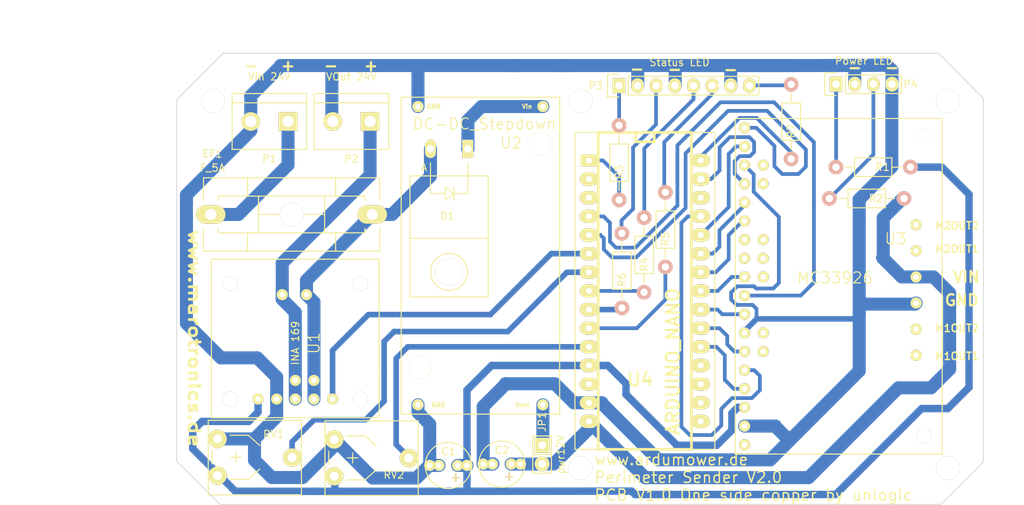
<source format=kicad_pcb>
(kicad_pcb (version 4) (host pcbnew "(2015-07-04 BZR 5884, Git c1bbf3e)-product")

  (general
    (links 68)
    (no_connects 0)
    (area 30.846487 24.6366 170.5284 93.572801)
    (thickness 1.6)
    (drawings 27)
    (tracks 393)
    (zones 0)
    (modules 27)
    (nets 35)
  )

  (page A4 portrait)
  (layers
    (0 F.Cu signal)
    (31 B.Cu signal)
    (32 B.Adhes user)
    (33 F.Adhes user)
    (34 B.Paste user)
    (35 F.Paste user)
    (36 B.SilkS user)
    (37 F.SilkS user)
    (38 B.Mask user)
    (39 F.Mask user)
    (40 Dwgs.User user)
    (41 Cmts.User user)
    (42 Eco1.User user)
    (43 Eco2.User user)
    (44 Edge.Cuts user)
  )

  (setup
    (last_trace_width 1)
    (user_trace_width 0.254)
    (user_trace_width 0.508)
    (user_trace_width 0.762)
    (user_trace_width 1.016)
    (user_trace_width 1.27)
    (user_trace_width 1.524)
    (user_trace_width 1.7778)
    (trace_clearance 0.2)
    (zone_clearance 0.508)
    (zone_45_only no)
    (trace_min 0.254)
    (segment_width 0.2)
    (edge_width 0.1)
    (via_size 1)
    (via_drill 0.8)
    (via_min_size 0.59)
    (via_min_drill 0.508)
    (user_via 1 0)
    (user_via 1.1 0.6)
    (user_via 1.5 0.8)
    (user_via 1.8 1)
    (user_via 2.4 1.4)
    (uvia_size 0.508)
    (uvia_drill 0.127)
    (uvias_allowed no)
    (uvia_min_size 0.508)
    (uvia_min_drill 0.127)
    (pcb_text_width 0.3)
    (pcb_text_size 1.5 1.5)
    (mod_edge_width 0.15)
    (mod_text_size 1 1)
    (mod_text_width 0.15)
    (pad_size 2.49936 2.49936)
    (pad_drill 1.19888)
    (pad_to_mask_clearance 0)
    (aux_axis_origin 259.08 165.1)
    (visible_elements 7FFFFFFF)
    (pcbplotparams
      (layerselection 0x00020_00000000)
      (usegerberextensions false)
      (excludeedgelayer true)
      (linewidth 0.150000)
      (plotframeref false)
      (viasonmask false)
      (mode 1)
      (useauxorigin false)
      (hpglpennumber 1)
      (hpglpenspeed 20)
      (hpglpendiameter 15)
      (hpglpenoverlay 2)
      (psnegative false)
      (psa4output false)
      (plotreference true)
      (plotvalue true)
      (plotinvisibletext false)
      (padsonsilk false)
      (subtractmaskfromsilk false)
      (outputformat 1)
      (mirror false)
      (drillshape 0)
      (scaleselection 1)
      (outputdirectory C:/Users/autega/Desktop/))
  )

  (net 0 "")
  (net 1 +5V)
  (net 2 GND)
  (net 3 +12V)
  (net 4 "Net-(D1-Pad1)")
  (net 5 "Net-(EF1-Pad2)")
  (net 6 "Net-(JP1-Pad1)")
  (net 7 Mover_in_Ladestation)
  (net 8 M1_DuoLED_Schleife1_Grün)
  (net 9 M1_DuoLED_Schleife1_Rot)
  (net 10 M2_DuoLED_Schleife2_Grün)
  (net 11 M2_DuoLED_Schleife2_Rot)
  (net 12 LED_5V)
  (net 13 LED_12V)
  (net 14 "Net-(D1-Pad2)")
  (net 15 "Net-(P2-Pad1)")
  (net 16 "Net-(R3-Pad2)")
  (net 17 "Net-(R4-Pad2)")
  (net 18 "Net-(R5-Pad2)")
  (net 19 "Net-(R6-Pad2)")
  (net 20 "Net-(R7-Pad2)")
  (net 21 INA169)
  (net 22 M1IN2)
  (net 23 M1IN1)
  (net 24 M1nSF)
  (net 25 M1FB)
  (net 26 EN)
  (net 27 M2IN2)
  (net 28 M2IN1)
  (net 29 M2nSF)
  (net 30 M2FB)
  (net 31 "M1nD2 pwm")
  (net 32 "M2nD2 pwm")
  (net 33 POTI1)
  (net 34 POTI2)

  (net_class Default "This is the default net class."
    (clearance 0.2)
    (trace_width 1)
    (via_dia 1)
    (via_drill 0.8)
    (uvia_dia 0.508)
    (uvia_drill 0.127)
    (add_net +12V)
    (add_net +5V)
    (add_net EN)
    (add_net GND)
    (add_net INA169)
    (add_net LED_12V)
    (add_net LED_5V)
    (add_net M1FB)
    (add_net M1IN1)
    (add_net M1IN2)
    (add_net M1_DuoLED_Schleife1_Grün)
    (add_net M1_DuoLED_Schleife1_Rot)
    (add_net "M1nD2 pwm")
    (add_net M1nSF)
    (add_net M2FB)
    (add_net M2IN1)
    (add_net M2IN2)
    (add_net M2_DuoLED_Schleife2_Grün)
    (add_net M2_DuoLED_Schleife2_Rot)
    (add_net "M2nD2 pwm")
    (add_net M2nSF)
    (add_net Mover_in_Ladestation)
    (add_net "Net-(D1-Pad1)")
    (add_net "Net-(D1-Pad2)")
    (add_net "Net-(EF1-Pad2)")
    (add_net "Net-(JP1-Pad1)")
    (add_net "Net-(P2-Pad1)")
    (add_net "Net-(R3-Pad2)")
    (add_net "Net-(R4-Pad2)")
    (add_net "Net-(R5-Pad2)")
    (add_net "Net-(R6-Pad2)")
    (add_net "Net-(R7-Pad2)")
    (add_net POTI1)
    (add_net POTI2)
  )

  (module sender_v2:Elko_vert_11.2x6.3mm_RM2.5_RM5.0 (layer F.Cu) (tedit 54D691CE) (tstamp 54D65E27)
    (at 93.1418 88.2142 180)
    (descr "Electrolytic Capacitor, vertical, diameter 6,3mm, RM 2,5mm, radial,")
    (tags "Electrolytic Capacitor, vertical, diameter 6,3mm, RM 2,5mm, Elko, Electrolytkondensator, Kondensator gepolt, Durchmesser 6,3mm, radial,")
    (path /54D555BA)
    (fp_text reference C1 (at 1.27 1.905 360) (layer F.SilkS)
      (effects (font (size 1 1) (thickness 0.15)))
    )
    (fp_text value 100uF (at 1.27 4.445 180) (layer F.SilkS) hide
      (effects (font (size 1 1) (thickness 0.15)))
    )
    (fp_line (start 0.26924 -2.19964) (end 0.26924 -1.19888) (layer F.SilkS) (width 0.15))
    (fp_line (start -0.23114 -1.69926) (end 0.76962 -1.69926) (layer F.SilkS) (width 0.15))
    (fp_line (start 0.26924 -1.69926) (end 0.76962 -1.69926) (layer F.Cu) (width 0.15))
    (fp_line (start 0.26924 -1.69926) (end 0.26924 -2.19964) (layer F.Cu) (width 0.15))
    (fp_line (start -0.23114 -1.69926) (end 0.26924 -1.69926) (layer F.Cu) (width 0.15))
    (fp_line (start 0.26924 -1.69926) (end 0.26924 -1.30048) (layer F.Cu) (width 0.15))
    (fp_line (start 0.26924 -1.30048) (end 0.26924 -1.19888) (layer F.Cu) (width 0.15))
    (fp_circle (center 1.27 0) (end 4.4196 0) (layer F.SilkS) (width 0.15))
    (pad 2 thru_hole circle (at 2.54 0 180) (size 1.50114 1.50114) (drill 0.8001) (layers *.Cu *.Mask F.SilkS)
      (net 2 GND))
    (pad 1 thru_hole circle (at 0 0 180) (size 1.50114 1.50114) (drill 0.8001) (layers *.Cu *.Mask F.SilkS)
      (net 1 +5V))
    (pad 1 thru_hole circle (at -1.27 0 180) (size 1.524 1.524) (drill 0.762) (layers *.Cu *.Mask F.SilkS)
      (net 1 +5V))
    (pad 2 thru_hole circle (at 3.81 0 180) (size 1.524 1.524) (drill 0.762) (layers *.Cu *.Mask F.SilkS)
      (net 2 GND))
    (model Capacitors_Elko_ThroughHole/Elko_vert_11.2x6.3mm_RM2.5.wrl
      (at (xyz 0 0 0))
      (scale (xyz 1 1 1))
      (rotate (xyz 0 0 0))
    )
  )

  (module sender_v2:Elko_vert_11.2x6.3mm_RM2.5_RM5.0 (layer F.Cu) (tedit 54D691F3) (tstamp 54D65E2E)
    (at 100.4316 88.0364 180)
    (descr "Electrolytic Capacitor, vertical, diameter 6,3mm, RM 2,5mm, radial,")
    (tags "Electrolytic Capacitor, vertical, diameter 6,3mm, RM 2,5mm, Elko, Electrolytkondensator, Kondensator gepolt, Durchmesser 6,3mm, radial,")
    (path /54D55373)
    (fp_text reference C2 (at 1.27 1.905 180) (layer F.SilkS)
      (effects (font (size 1 1) (thickness 0.15)))
    )
    (fp_text value 100uF (at 1.27 -4.445 180) (layer F.SilkS) hide
      (effects (font (size 1 1) (thickness 0.15)))
    )
    (fp_line (start 0.26924 -2.19964) (end 0.26924 -1.19888) (layer F.SilkS) (width 0.15))
    (fp_line (start -0.23114 -1.69926) (end 0.76962 -1.69926) (layer F.SilkS) (width 0.15))
    (fp_line (start 0.26924 -1.69926) (end 0.76962 -1.69926) (layer F.Cu) (width 0.15))
    (fp_line (start 0.26924 -1.69926) (end 0.26924 -2.19964) (layer F.Cu) (width 0.15))
    (fp_line (start -0.23114 -1.69926) (end 0.26924 -1.69926) (layer F.Cu) (width 0.15))
    (fp_line (start 0.26924 -1.69926) (end 0.26924 -1.30048) (layer F.Cu) (width 0.15))
    (fp_line (start 0.26924 -1.30048) (end 0.26924 -1.19888) (layer F.Cu) (width 0.15))
    (fp_circle (center 1.27 0) (end 4.4196 0) (layer F.SilkS) (width 0.15))
    (pad 2 thru_hole circle (at 2.54 0 180) (size 1.50114 1.50114) (drill 0.8001) (layers *.Cu *.Mask F.SilkS)
      (net 2 GND))
    (pad 1 thru_hole circle (at 0 0 180) (size 1.50114 1.50114) (drill 0.8001) (layers *.Cu *.Mask F.SilkS)
      (net 3 +12V))
    (pad 1 thru_hole circle (at -1.27 0 180) (size 1.524 1.524) (drill 0.762) (layers *.Cu *.Mask F.SilkS)
      (net 3 +12V))
    (pad 2 thru_hole circle (at 3.81 0 180) (size 1.524 1.524) (drill 0.762) (layers *.Cu *.Mask F.SilkS)
      (net 2 GND))
    (model Capacitors_Elko_ThroughHole/Elko_vert_11.2x6.3mm_RM2.5.wrl
      (at (xyz 0 0 0))
      (scale (xyz 1 1 1))
      (rotate (xyz 0 0 0))
    )
  )

  (module sender_v2:MBR1045_Horizontal (layer F.Cu) (tedit 54D6905D) (tstamp 54D65E35)
    (at 91.9734 45.085 180)
    (descr "TO-220, Bipolar-BCE, Horizontal,")
    (tags "TO-220, Bipolar-BCE, Horizontal,")
    (path /54D55CFC)
    (fp_text reference D1 (at 0.254 -9.144 180) (layer F.SilkS)
      (effects (font (size 1 1) (thickness 0.15)))
    )
    (fp_text value "MBR 1045" (at 0.635 -10.795 180) (layer F.SilkS) hide
      (effects (font (size 1 1) (thickness 0.15)))
    )
    (fp_text user A (at 3.429 -2.54 180) (layer F.SilkS)
      (effects (font (size 1 1) (thickness 0.15)))
    )
    (fp_line (start -0.635 -6.096) (end -2.54 -6.096) (layer F.SilkS) (width 0.15))
    (fp_line (start -2.54 -6.096) (end -2.54 -3.683) (layer F.SilkS) (width 0.15))
    (fp_line (start 0.508 -6.096) (end 2.54 -6.096) (layer F.SilkS) (width 0.15))
    (fp_line (start 2.54 -6.096) (end 2.54 -3.683) (layer F.SilkS) (width 0.15))
    (fp_line (start -0.635 -6.096) (end 0.508 -6.985) (layer F.SilkS) (width 0.15))
    (fp_line (start 0.508 -6.985) (end 0.508 -5.207) (layer F.SilkS) (width 0.15))
    (fp_line (start 0.508 -5.207) (end -0.635 -6.096) (layer F.SilkS) (width 0.15))
    (fp_line (start -0.635 -6.985) (end -0.635 -5.207) (layer F.SilkS) (width 0.15))
    (fp_circle (center 0 -16.764) (end 1.778 -14.986) (layer F.SilkS) (width 0.15))
    (fp_line (start -2.54 -3.683) (end -2.54 -1.905) (layer F.SilkS) (width 0.15))
    (fp_line (start 2.54 -3.683) (end 2.54 -1.905) (layer F.SilkS) (width 0.15))
    (fp_line (start 5.334 -12.192) (end 5.334 -20.193) (layer F.SilkS) (width 0.15))
    (fp_line (start 5.334 -20.193) (end -5.334 -20.193) (layer F.SilkS) (width 0.15))
    (fp_line (start -5.334 -20.193) (end -5.334 -12.192) (layer F.SilkS) (width 0.15))
    (fp_line (start 5.334 -3.683) (end 5.334 -12.192) (layer F.SilkS) (width 0.15))
    (fp_line (start 5.334 -12.192) (end -5.334 -12.192) (layer F.SilkS) (width 0.15))
    (fp_line (start -5.334 -12.192) (end -5.334 -3.683) (layer F.SilkS) (width 0.15))
    (fp_line (start 0 -3.683) (end -5.334 -3.683) (layer F.SilkS) (width 0.15))
    (fp_line (start 0 -3.683) (end 5.334 -3.683) (layer F.SilkS) (width 0.15))
    (pad 2 thru_hole rect (at -2.54 0 270) (size 2.49936 1.50114) (drill 1.00076) (layers *.Cu *.Mask F.SilkS)
      (net 14 "Net-(D1-Pad2)"))
    (pad 1 thru_hole oval (at 2.54 0 270) (size 2.49936 1.50114) (drill 1.00076) (layers *.Cu *.Mask F.SilkS)
      (net 4 "Net-(D1-Pad1)"))
    (pad 3 thru_hole circle (at 0 -16.764 270) (size 3.79984 3.79984) (drill 3.79984) (layers *.Cu *.Mask F.SilkS))
    (model Diodes_ThroughHole/Diode_TO-220_Horizontal.wrl
      (at (xyz 0 0 0))
      (scale (xyz 0.3937 0.3937 0.3937))
      (rotate (xyz 0 0 0))
    )
  )

  (module sender_v2:Fuseholder_Reichelt_PL112000 (layer F.Cu) (tedit 54E27B9F) (tstamp 54D65E3B)
    (at 70.5104 54.0258 180)
    (descr "Fuseholder, 5x20, Semi closed, horizontal, Casing 10x25mm,")
    (tags "Fuseholder, 5x20, Semi closed, horizontal, Casing 10x25mm, Sicherungshalter, halbgeschlossen,")
    (path /54D55253)
    (fp_text reference EF1 (at 10.795 8.255 180) (layer F.SilkS)
      (effects (font (size 1 1) (thickness 0.15)))
    )
    (fp_text value F_5A (at 10.795 6.35 180) (layer F.SilkS)
      (effects (font (size 1 1) (thickness 0.15)))
    )
    (fp_line (start -5.99948 -2.49936) (end -5.99948 -5.00126) (layer F.SilkS) (width 0.15))
    (fp_line (start -5.99948 5.00126) (end -5.99948 2.49936) (layer F.SilkS) (width 0.15))
    (fp_line (start 5.99948 5.00126) (end 5.99948 2.49936) (layer F.SilkS) (width 0.15))
    (fp_line (start 5.99948 -5.00126) (end 5.99948 -2.49936) (layer F.SilkS) (width 0.15))
    (fp_line (start -4.50088 0) (end 4.50088 0) (layer F.SilkS) (width 0.15))
    (fp_line (start -4.50088 -2.49936) (end -4.50088 2.49936) (layer F.SilkS) (width 0.15))
    (fp_line (start 4.50088 -2.49936) (end 4.50088 2.49936) (layer F.SilkS) (width 0.15))
    (fp_line (start 9.99998 -1.89992) (end 9.99998 -2.49936) (layer F.SilkS) (width 0.15))
    (fp_line (start -9.99998 1.89992) (end -9.99998 2.49936) (layer F.SilkS) (width 0.15))
    (fp_line (start -9.99998 2.49936) (end 9.99998 2.49936) (layer F.SilkS) (width 0.15))
    (fp_line (start 9.99998 2.49936) (end 9.99998 1.89992) (layer F.SilkS) (width 0.15))
    (fp_line (start 9.99998 -2.49936) (end -9.99998 -2.49936) (layer F.SilkS) (width 0.15))
    (fp_line (start -9.99998 -2.49936) (end -9.99998 -1.89992) (layer F.SilkS) (width 0.15))
    (fp_line (start 11.99896 -1.89992) (end 11.99896 -5.00126) (layer F.SilkS) (width 0.15))
    (fp_line (start -11.99896 1.89992) (end -11.99896 5.00126) (layer F.SilkS) (width 0.15))
    (fp_line (start -11.99896 5.00126) (end 11.99896 5.00126) (layer F.SilkS) (width 0.15))
    (fp_line (start 11.99896 5.00126) (end 11.99896 1.89992) (layer F.SilkS) (width 0.15))
    (fp_line (start 11.99896 -5.00126) (end -11.99896 -5.00126) (layer F.SilkS) (width 0.15))
    (fp_line (start -11.99896 -5.00126) (end -11.99896 -1.89992) (layer F.SilkS) (width 0.15))
    (pad 2 thru_hole oval (at 11.00074 0 90) (size 2.49936 4.0005) (drill 1.50114) (layers *.Cu *.Mask F.SilkS)
      (net 5 "Net-(EF1-Pad2)"))
    (pad 1 thru_hole oval (at -11.00074 0 90) (size 2.49936 4.0005) (drill 1.50114) (layers *.Cu *.Mask F.SilkS)
      (net 4 "Net-(D1-Pad1)"))
    (pad ~ thru_hole circle (at 0 0 180) (size 3.2 3.2) (drill 3.2) (layers *.Cu *.Mask F.SilkS))
    (model fuse_socket/fuse_socket.wrl
      (at (xyz 0 0 0))
      (scale (xyz 1 1 1))
      (rotate (xyz 0 0 0))
    )
  )

  (module sender_v2:Pin_Header_Straight_1x02 (layer F.Cu) (tedit 54E27D36) (tstamp 54D65E41)
    (at 104.648 86.741 270)
    (descr "Through hole pin header")
    (tags "pin header")
    (path /54D53A2E)
    (fp_text reference JP1 (at -4.445 0 450) (layer F.SilkS)
      (effects (font (size 1 1) (thickness 0.15)))
    )
    (fp_text value pwr12V (at 0 -2.54 270) (layer F.SilkS)
      (effects (font (size 1 1) (thickness 0.15)))
    )
    (fp_line (start 0 -1.27) (end 0 1.27) (layer F.SilkS) (width 0.15))
    (fp_line (start -2.54 -1.27) (end -2.54 1.27) (layer F.SilkS) (width 0.15))
    (fp_line (start -2.54 1.27) (end 0 1.27) (layer F.SilkS) (width 0.15))
    (fp_line (start 0 1.27) (end 2.54 1.27) (layer F.SilkS) (width 0.15))
    (fp_line (start 2.54 1.27) (end 2.54 -1.27) (layer F.SilkS) (width 0.15))
    (fp_line (start 2.54 -1.27) (end -2.54 -1.27) (layer F.SilkS) (width 0.15))
    (pad 1 thru_hole rect (at -1.27 0 270) (size 2.032 2.032) (drill 1.016) (layers *.Cu *.Mask F.SilkS)
      (net 6 "Net-(JP1-Pad1)"))
    (pad 2 thru_hole oval (at 1.27 0 270) (size 2.032 2.032) (drill 1.016) (layers *.Cu *.Mask F.SilkS)
      (net 3 +12V))
    (model Pin_Headers/Pin_Header_Straight_1x02.wrl
      (at (xyz 0 0 0))
      (scale (xyz 1 1 1))
      (rotate (xyz 0 0 0))
    )
  )

  (module sender_v2:Resistor_Horizontal_RM10mm (layer F.Cu) (tedit 54E27C4B) (tstamp 54D65E5F)
    (at 149.7584 47.5742 180)
    (descr "Resistor, Axial,  RM 10mm, 1/3W,")
    (tags "Resistor, Axial, RM 10mm, 1/3W,")
    (path /54D586F5)
    (fp_text reference R1 (at -1.27 0 180) (layer F.SilkS)
      (effects (font (size 1 1) (thickness 0.15)))
    )
    (fp_text value 220R (at 1.905 0 180) (layer F.SilkS) hide
      (effects (font (size 1 1) (thickness 0.15)))
    )
    (fp_line (start -2.54 -1.27) (end 2.54 -1.27) (layer F.SilkS) (width 0.15))
    (fp_line (start 2.54 -1.27) (end 2.54 1.27) (layer F.SilkS) (width 0.15))
    (fp_line (start 2.54 1.27) (end -2.54 1.27) (layer F.SilkS) (width 0.15))
    (fp_line (start -2.54 1.27) (end -2.54 -1.27) (layer F.SilkS) (width 0.15))
    (fp_line (start -2.54 0) (end -3.81 0) (layer F.SilkS) (width 0.15))
    (fp_line (start 2.54 0) (end 3.81 0) (layer F.SilkS) (width 0.15))
    (pad 1 thru_hole circle (at -5.08 0 180) (size 1.99898 1.99898) (drill 1.00076) (layers *.Cu *.SilkS *.Mask)
      (net 1 +5V))
    (pad 2 thru_hole circle (at 5.08 0 180) (size 1.99898 1.99898) (drill 1.00076) (layers *.Cu *.SilkS *.Mask)
      (net 12 LED_5V))
    (model Resistors_ThroughHole/Resistor_Horizontal_RM10mm.wrl
      (at (xyz 0 0 0))
      (scale (xyz 0.4 0.4 0.4))
      (rotate (xyz 0 0 0))
    )
  )

  (module sender_v2:Resistor_Horizontal_RM10mm (layer F.Cu) (tedit 54E27C45) (tstamp 54D65E64)
    (at 148.8694 51.8414 180)
    (descr "Resistor, Axial,  RM 10mm, 1/3W,")
    (tags "Resistor, Axial, RM 10mm, 1/3W,")
    (path /54D588A5)
    (fp_text reference R2 (at -1.27 0 180) (layer F.SilkS)
      (effects (font (size 1 1) (thickness 0.15)))
    )
    (fp_text value 560R (at 1.905 0 180) (layer F.SilkS) hide
      (effects (font (size 1 1) (thickness 0.15)))
    )
    (fp_line (start -2.54 -1.27) (end 2.54 -1.27) (layer F.SilkS) (width 0.15))
    (fp_line (start 2.54 -1.27) (end 2.54 1.27) (layer F.SilkS) (width 0.15))
    (fp_line (start 2.54 1.27) (end -2.54 1.27) (layer F.SilkS) (width 0.15))
    (fp_line (start -2.54 1.27) (end -2.54 -1.27) (layer F.SilkS) (width 0.15))
    (fp_line (start -2.54 0) (end -3.81 0) (layer F.SilkS) (width 0.15))
    (fp_line (start 2.54 0) (end 3.81 0) (layer F.SilkS) (width 0.15))
    (pad 1 thru_hole circle (at -5.08 0 180) (size 1.99898 1.99898) (drill 1.00076) (layers *.Cu *.SilkS *.Mask)
      (net 3 +12V))
    (pad 2 thru_hole circle (at 5.08 0 180) (size 1.99898 1.99898) (drill 1.00076) (layers *.Cu *.SilkS *.Mask)
      (net 13 LED_12V))
    (model Resistors_ThroughHole/Resistor_Horizontal_RM10mm.wrl
      (at (xyz 0 0 0))
      (scale (xyz 0.4 0.4 0.4))
      (rotate (xyz 0 0 0))
    )
  )

  (module sender_v2:Resistor_Horizontal_RM10mm (layer F.Cu) (tedit 54D690E7) (tstamp 54D65E69)
    (at 115.1382 46.9646 270)
    (descr "Resistor, Axial,  RM 10mm, 1/3W,")
    (tags "Resistor, Axial, RM 10mm, 1/3W,")
    (path /54D5428C)
    (fp_text reference R3 (at 1.27 0 270) (layer F.SilkS)
      (effects (font (size 1 1) (thickness 0.15)))
    )
    (fp_text value 220R (at -2.54 0 270) (layer F.SilkS) hide
      (effects (font (size 1 1) (thickness 0.15)))
    )
    (fp_line (start -2.54 -1.27) (end 2.54 -1.27) (layer F.SilkS) (width 0.15))
    (fp_line (start 2.54 -1.27) (end 2.54 1.27) (layer F.SilkS) (width 0.15))
    (fp_line (start 2.54 1.27) (end -2.54 1.27) (layer F.SilkS) (width 0.15))
    (fp_line (start -2.54 1.27) (end -2.54 -1.27) (layer F.SilkS) (width 0.15))
    (fp_line (start -2.54 0) (end -3.81 0) (layer F.SilkS) (width 0.15))
    (fp_line (start 2.54 0) (end 3.81 0) (layer F.SilkS) (width 0.15))
    (pad 1 thru_hole circle (at -5.08 0 270) (size 1.99898 1.99898) (drill 1.00076) (layers *.Cu *.SilkS *.Mask)
      (net 7 Mover_in_Ladestation))
    (pad 2 thru_hole circle (at 5.08 0 270) (size 1.99898 1.99898) (drill 1.00076) (layers *.Cu *.SilkS *.Mask)
      (net 16 "Net-(R3-Pad2)"))
    (model Resistors_ThroughHole/Resistor_Horizontal_RM10mm.wrl
      (at (xyz 0 0 0))
      (scale (xyz 0.4 0.4 0.4))
      (rotate (xyz 0 0 0))
    )
  )

  (module sender_v2:Resistor_Horizontal_RM10mm (layer F.Cu) (tedit 54E27C6C) (tstamp 54D65E6E)
    (at 118.5418 59.5376 270)
    (descr "Resistor, Axial,  RM 10mm, 1/3W,")
    (tags "Resistor, Axial, RM 10mm, 1/3W,")
    (path /54D5424D)
    (fp_text reference R4 (at 1.27 0 270) (layer F.SilkS)
      (effects (font (size 1 1) (thickness 0.15)))
    )
    (fp_text value 220R (at -1.905 0 270) (layer F.SilkS) hide
      (effects (font (size 1 1) (thickness 0.15)))
    )
    (fp_line (start -2.54 -1.27) (end 2.54 -1.27) (layer F.SilkS) (width 0.15))
    (fp_line (start 2.54 -1.27) (end 2.54 1.27) (layer F.SilkS) (width 0.15))
    (fp_line (start 2.54 1.27) (end -2.54 1.27) (layer F.SilkS) (width 0.15))
    (fp_line (start -2.54 1.27) (end -2.54 -1.27) (layer F.SilkS) (width 0.15))
    (fp_line (start -2.54 0) (end -3.81 0) (layer F.SilkS) (width 0.15))
    (fp_line (start 2.54 0) (end 3.81 0) (layer F.SilkS) (width 0.15))
    (pad 1 thru_hole circle (at -5.08 0 270) (size 1.99898 1.99898) (drill 1.00076) (layers *.Cu *.SilkS *.Mask)
      (net 11 M2_DuoLED_Schleife2_Rot))
    (pad 2 thru_hole circle (at 5.08 0 270) (size 1.99898 1.99898) (drill 1.00076) (layers *.Cu *.SilkS *.Mask)
      (net 17 "Net-(R4-Pad2)"))
    (model Resistors_ThroughHole/Resistor_Horizontal_RM10mm.wrl
      (at (xyz 0 0 0))
      (scale (xyz 0.4 0.4 0.4))
      (rotate (xyz 0 0 0))
    )
  )

  (module sender_v2:Resistor_Horizontal_RM10mm (layer F.Cu) (tedit 54D690BF) (tstamp 54D65E73)
    (at 121.4374 56.0832 270)
    (descr "Resistor, Axial,  RM 10mm, 1/3W,")
    (tags "Resistor, Axial, RM 10mm, 1/3W,")
    (path /53A992DC)
    (fp_text reference R5 (at 1.27 0 270) (layer F.SilkS)
      (effects (font (size 1 1) (thickness 0.15)))
    )
    (fp_text value 220R (at -2.54 0 270) (layer F.SilkS) hide
      (effects (font (size 1 1) (thickness 0.15)))
    )
    (fp_line (start -2.54 -1.27) (end 2.54 -1.27) (layer F.SilkS) (width 0.15))
    (fp_line (start 2.54 -1.27) (end 2.54 1.27) (layer F.SilkS) (width 0.15))
    (fp_line (start 2.54 1.27) (end -2.54 1.27) (layer F.SilkS) (width 0.15))
    (fp_line (start -2.54 1.27) (end -2.54 -1.27) (layer F.SilkS) (width 0.15))
    (fp_line (start -2.54 0) (end -3.81 0) (layer F.SilkS) (width 0.15))
    (fp_line (start 2.54 0) (end 3.81 0) (layer F.SilkS) (width 0.15))
    (pad 1 thru_hole circle (at -5.08 0 270) (size 1.99898 1.99898) (drill 1.00076) (layers *.Cu *.SilkS *.Mask)
      (net 9 M1_DuoLED_Schleife1_Rot))
    (pad 2 thru_hole circle (at 5.08 0 270) (size 1.99898 1.99898) (drill 1.00076) (layers *.Cu *.SilkS *.Mask)
      (net 18 "Net-(R5-Pad2)"))
    (model Resistors_ThroughHole/Resistor_Horizontal_RM10mm.wrl
      (at (xyz 0 0 0))
      (scale (xyz 0.4 0.4 0.4))
      (rotate (xyz 0 0 0))
    )
  )

  (module sender_v2:Resistor_Horizontal_RM10mm (layer F.Cu) (tedit 54D690DB) (tstamp 54D65E78)
    (at 115.5192 61.6712 270)
    (descr "Resistor, Axial,  RM 10mm, 1/3W,")
    (tags "Resistor, Axial, RM 10mm, 1/3W,")
    (path /54D53F97)
    (fp_text reference R6 (at 1.27 0 270) (layer F.SilkS)
      (effects (font (size 1 1) (thickness 0.15)))
    )
    (fp_text value 220R (at -2.54 0 270) (layer F.SilkS) hide
      (effects (font (size 1 1) (thickness 0.15)))
    )
    (fp_line (start -2.54 -1.27) (end 2.54 -1.27) (layer F.SilkS) (width 0.15))
    (fp_line (start 2.54 -1.27) (end 2.54 1.27) (layer F.SilkS) (width 0.15))
    (fp_line (start 2.54 1.27) (end -2.54 1.27) (layer F.SilkS) (width 0.15))
    (fp_line (start -2.54 1.27) (end -2.54 -1.27) (layer F.SilkS) (width 0.15))
    (fp_line (start -2.54 0) (end -3.81 0) (layer F.SilkS) (width 0.15))
    (fp_line (start 2.54 0) (end 3.81 0) (layer F.SilkS) (width 0.15))
    (pad 1 thru_hole circle (at -5.08 0 270) (size 1.99898 1.99898) (drill 1.00076) (layers *.Cu *.SilkS *.Mask)
      (net 10 M2_DuoLED_Schleife2_Grün))
    (pad 2 thru_hole circle (at 5.08 0 270) (size 1.99898 1.99898) (drill 1.00076) (layers *.Cu *.SilkS *.Mask)
      (net 19 "Net-(R6-Pad2)"))
    (model Resistors_ThroughHole/Resistor_Horizontal_RM10mm.wrl
      (at (xyz 0 0 0))
      (scale (xyz 0.4 0.4 0.4))
      (rotate (xyz 0 0 0))
    )
  )

  (module sender_v2:Bohrloch_3,2mm (layer F.Cu) (tedit 54E27D46) (tstamp 54D689EB)
    (at 59.8424 38.5953)
    (path /54D689DE)
    (fp_text reference B1 (at -0.254 -3.3655) (layer F.SilkS) hide
      (effects (font (size 1.5 1.5) (thickness 0.15)))
    )
    (fp_text value Bohrloch_3,2mm (at 12.7 0) (layer F.SilkS) hide
      (effects (font (size 1.5 1.5) (thickness 0.15)))
    )
    (pad 1 thru_hole circle (at 0 0) (size 3.2 3.2) (drill 3.2) (layers *.Cu *.Mask F.SilkS))
  )

  (module sender_v2:Bohrloch_3,2mm (layer F.Cu) (tedit 54E27D3C) (tstamp 54D689F0)
    (at 109.89056 35.2298)
    (path /54D68AA0)
    (fp_text reference B2 (at -0.127 0) (layer F.SilkS) hide
      (effects (font (size 1.5 1.5) (thickness 0.15)))
    )
    (fp_text value Bohrloch_3,2mm (at 1.143 -8.89) (layer F.SilkS) hide
      (effects (font (size 1.5 1.5) (thickness 0.15)))
    )
    (pad 1 thru_hole circle (at 0 3.3655) (size 3.2 3.2) (drill 3.2) (layers *.Cu *.Mask F.SilkS))
  )

  (module sender_v2:Bohrloch_3,2mm (layer F.Cu) (tedit 54E27D41) (tstamp 54D689F5)
    (at 159.9184 35.2298)
    (path /54D68AE1)
    (fp_text reference B3 (at 0 0) (layer F.SilkS) hide
      (effects (font (size 1.5 1.5) (thickness 0.15)))
    )
    (fp_text value Bohrloch_3,2mm (at -20.955 -5.715) (layer F.SilkS) hide
      (effects (font (size 1.5 1.5) (thickness 0.15)))
    )
    (pad 1 thru_hole circle (at 0 3.3655) (size 3.2 3.2) (drill 3.2) (layers *.Cu *.Mask F.SilkS))
  )

  (module sender_v2:Bohrloch_3,2mm (layer F.Cu) (tedit 54E27D10) (tstamp 54D689FF)
    (at 109.8804 88.5698)
    (path /54D68B6A)
    (fp_text reference B5 (at -0.127 3.175) (layer F.SilkS) hide
      (effects (font (size 1.5 1.5) (thickness 0.15)))
    )
    (fp_text value Bohrloch_3,2mm (at -12.7 0) (layer F.SilkS) hide
      (effects (font (size 1.5 1.5) (thickness 0.15)))
    )
    (pad 1 thru_hole circle (at 0 0) (size 3.2 3.2) (drill 3.2) (layers *.Cu *.Mask F.SilkS))
  )

  (module sender_v2:Bohrloch_3,2mm (layer F.Cu) (tedit 55CB5FAC) (tstamp 54D68A04)
    (at 159.9184 88.5698)
    (path /54D68BA6)
    (fp_text reference B6 (at 2.80416 -2.17932) (layer F.SilkS) hide
      (effects (font (size 1.5 1.5) (thickness 0.15)))
    )
    (fp_text value Bohrloch_3,2mm (at -11.43 0) (layer F.SilkS) hide
      (effects (font (size 1.5 1.5) (thickness 0.15)))
    )
    (pad 1 thru_hole circle (at 0 0) (size 3.2 3.2) (drill 3.2) (layers *.Cu *.Mask F.SilkS))
  )

  (module sender_v2:DC_DC_DSN2596_mit_Bohrloch (layer F.Cu) (tedit 55A2F2F2) (tstamp 54E206E3)
    (at 85.4456 38.0492 270)
    (path /54D4FA89)
    (fp_text reference U2 (at 6.223 -14.9606 360) (layer F.SilkS)
      (effects (font (size 1.5 1.5) (thickness 0.15)))
    )
    (fp_text value DC-DC_Stepdown (at 3.6322 -11.3284 360) (layer F.SilkS)
      (effects (font (size 1.5 1.5) (thickness 0.15)))
    )
    (fp_circle (center 36.84 -2.54) (end 35.34 -2.54) (layer F.SilkS) (width 0.15))
    (fp_circle (center 6.34 -19.04) (end 4.84 -19.04) (layer F.SilkS) (width 0.15))
    (fp_text user Vout (at 41.91 -16.51 360) (layer F.SilkS)
      (effects (font (size 0.6 0.6) (thickness 0.15)))
    )
    (fp_text user Vin (at 1.27 -17.145 360) (layer F.SilkS)
      (effects (font (size 0.6 0.6) (thickness 0.15)))
    )
    (fp_text user GND (at 1.27 -4.445 360) (layer F.SilkS)
      (effects (font (size 0.6 0.6) (thickness 0.15)))
    )
    (fp_text user GND (at 41.91 -5.08 360) (layer F.SilkS)
      (effects (font (size 0.6 0.6) (thickness 0.15)))
    )
    (fp_line (start 0 -21.59) (end 43.18 -21.59) (layer F.SilkS) (width 0.15))
    (fp_line (start 43.18 -21.59) (end 43.18 0) (layer F.SilkS) (width 0.15))
    (fp_line (start 43.18 0) (end 0 0) (layer F.SilkS) (width 0.15))
    (fp_line (start 0 0) (end 0 -21.59) (layer F.SilkS) (width 0.15))
    (pad 2 thru_hole circle (at 41.91 -19.304 270) (size 1.524 1.524) (drill 0.762) (layers *.Cu *.Mask F.SilkS)
      (net 6 "Net-(JP1-Pad1)"))
    (pad 1 thru_hole circle (at 41.91 -2.286 270) (size 1.524 1.524) (drill 0.762) (layers *.Cu *.Mask F.SilkS)
      (net 2 GND))
    (pad 4 thru_hole circle (at 1.27 -2.286 270) (size 1.524 1.524) (drill 0.762) (layers *.Cu *.Mask F.SilkS)
      (net 2 GND))
    (pad 3 thru_hole circle (at 1.27 -19.304 270) (size 1.524 1.524) (drill 0.762) (layers *.Cu *.Mask F.SilkS)
      (net 14 "Net-(D1-Pad2)"))
    (pad ~ thru_hole circle (at 6.34 -19.04 270) (size 3.1 3.1) (drill 3.1) (layers *.Cu *.Mask F.SilkS))
    (pad ~ thru_hole circle (at 36.84 -2.54 270) (size 3.1 3.1) (drill 3.1) (layers *.Cu *.Mask F.SilkS))
  )

  (module sender_v2:MC_33926_31polig_mit_Bohrloch_neue_Masse (layer F.Cu) (tedit 55A2F301) (tstamp 54E22ADD)
    (at 170.0784 90.4748 90)
    (path /53A98109)
    (fp_text reference U3 (at 33.147 -17.272 180) (layer F.SilkS)
      (effects (font (size 1.5 1.5) (thickness 0.15)))
    )
    (fp_text value MC33926 (at 27.813 -25.527 360) (layer F.SilkS)
      (effects (font (size 1.5 1.5) (thickness 0.15)))
    )
    (fp_circle (center 17.78 -35.306) (end 17.907 -35.052) (layer F.SilkS) (width 0.15))
    (fp_circle (center 20.32 -35.306) (end 20.447 -35.052) (layer F.SilkS) (width 0.15))
    (fp_circle (center 27.94 -35.306) (end 28.067 -35.052) (layer F.SilkS) (width 0.15))
    (fp_circle (center 30.48 -35.306) (end 30.607 -35.052) (layer F.SilkS) (width 0.15))
    (fp_circle (center 33.02 -35.306) (end 33.147 -35.052) (layer F.SilkS) (width 0.15))
    (fp_circle (center 40.64 -35.306) (end 40.767 -35.052) (layer F.SilkS) (width 0.15))
    (fp_circle (center 43.18 -35.306) (end 43.434 -35.179) (layer F.SilkS) (width 0.15))
    (fp_circle (center 6.2865 -13.3985) (end 7.0485 -13.9065) (layer F.SilkS) (width 0.15))
    (fp_circle (center 47.0535 -13.3985) (end 47.8155 -13.9065) (layer F.SilkS) (width 0.15))
    (fp_circle (center 47.0535 -13.3985) (end 47.8155 -13.9065) (layer F.SilkS) (width 0.15))
    (fp_circle (center 47.0535 -13.3985) (end 47.8155 -13.9065) (layer F.SilkS) (width 0.15))
    (fp_circle (center 47.0535 -13.3985) (end 47.8155 -13.9065) (layer F.SilkS) (width 0.15))
    (fp_line (start 3.81 -10.922) (end 3.81 -39.116) (layer F.SilkS) (width 0.15))
    (fp_line (start 3.81 -39.116) (end 49.53 -39.116) (layer F.SilkS) (width 0.15))
    (fp_line (start 49.53 -39.116) (end 49.53 -10.922) (layer F.SilkS) (width 0.15))
    (fp_line (start 49.53 -10.922) (end 3.81 -10.922) (layer F.SilkS) (width 0.15))
    (pad 1 thru_hole circle (at 5.08 -37.846 90) (size 1.524 1.524) (drill 0.762) (layers *.Cu *.Mask F.SilkS))
    (pad 2 thru_hole circle (at 7.62 -37.846 90) (size 1.524 1.524) (drill 0.762) (layers *.Cu *.Mask F.SilkS)
      (net 2 GND))
    (pad 3 thru_hole circle (at 10.16 -37.846 90) (size 1.524 1.524) (drill 0.762) (layers *.Cu *.Mask F.SilkS)
      (net 1 +5V))
    (pad 4 thru_hole circle (at 12.7 -37.846 90) (size 1.524 1.524) (drill 0.762) (layers *.Cu *.Mask F.SilkS)
      (net 22 M1IN2))
    (pad 5 thru_hole circle (at 15.24 -37.846 90) (size 1.524 1.524) (drill 0.762) (layers *.Cu *.Mask F.SilkS)
      (net 23 M1IN1))
    (pad 6 thru_hole circle (at 17.78 -37.846 90) (size 1.524 1.524) (drill 0.762) (layers *.Cu *.Mask F.SilkS)
      (net 31 "M1nD2 pwm"))
    (pad 7 thru_hole circle (at 20.32 -37.846 90) (size 1.524 1.524) (drill 0.762) (layers *.Cu *.Mask F.SilkS)
      (net 2 GND))
    (pad 8 thru_hole circle (at 22.86 -37.846 90) (size 1.524 1.524) (drill 0.762) (layers *.Cu *.Mask F.SilkS)
      (net 24 M1nSF))
    (pad 9 thru_hole circle (at 25.4 -37.846 90) (size 1.524 1.524) (drill 0.762) (layers *.Cu *.Mask F.SilkS)
      (net 25 M1FB))
    (pad 10 thru_hole circle (at 27.94 -37.846 90) (size 1.524 1.524) (drill 0.762) (layers *.Cu *.Mask F.SilkS)
      (net 26 EN))
    (pad 11 thru_hole circle (at 30.48 -37.846 90) (size 1.524 1.524) (drill 0.762) (layers *.Cu *.Mask F.SilkS))
    (pad 12 thru_hole circle (at 33.02 -37.846 90) (size 1.524 1.524) (drill 0.762) (layers *.Cu *.Mask F.SilkS))
    (pad 13 thru_hole circle (at 35.56 -37.846 90) (size 1.524 1.524) (drill 0.762) (layers *.Cu *.Mask F.SilkS)
      (net 27 M2IN2))
    (pad 14 thru_hole circle (at 38.1 -37.846 90) (size 1.524 1.524) (drill 0.762) (layers *.Cu *.Mask F.SilkS)
      (net 28 M2IN1))
    (pad 15 thru_hole circle (at 40.64 -37.846 90) (size 1.524 1.524) (drill 0.762) (layers *.Cu *.Mask F.SilkS)
      (net 32 "M2nD2 pwm"))
    (pad 16 thru_hole circle (at 43.18 -37.846 90) (size 1.524 1.524) (drill 0.762) (layers *.Cu *.Mask F.SilkS)
      (net 2 GND))
    (pad 17 thru_hole circle (at 45.72 -37.846 90) (size 1.524 1.524) (drill 0.762) (layers *.Cu *.Mask F.SilkS)
      (net 29 M2nSF))
    (pad 18 thru_hole circle (at 48.26 -37.846 90) (size 1.524 1.524) (drill 0.762) (layers *.Cu *.Mask F.SilkS)
      (net 30 M2FB))
    (pad 19 thru_hole circle (at 17.272 -14.478 90) (size 1.524 1.524) (drill 0.762) (layers *.Cu *.Mask F.SilkS))
    (pad 20 thru_hole circle (at 20.828 -14.478 90) (size 1.524 1.524) (drill 0.762) (layers *.Cu *.Mask F.SilkS))
    (pad 21 thru_hole circle (at 24.384 -14.478 90) (size 1.524 1.524) (drill 0.762) (layers *.Cu *.Mask F.SilkS)
      (net 2 GND))
    (pad 22 thru_hole circle (at 27.94 -14.478 90) (size 1.524 1.524) (drill 0.762) (layers *.Cu *.Mask F.SilkS)
      (net 3 +12V))
    (pad 23 thru_hole circle (at 31.496 -14.478 90) (size 1.524 1.524) (drill 0.762) (layers *.Cu *.Mask F.SilkS))
    (pad 24 thru_hole circle (at 35.052 -14.478 90) (size 1.524 1.524) (drill 0.762) (layers *.Cu *.Mask F.SilkS))
    (pad 25 thru_hole circle (at 17.78 -35.306 90) (size 1.524 1.524) (drill 0.762) (layers *.Cu *.Mask F.SilkS))
    (pad 26 thru_hole circle (at 20.32 -35.306 90) (size 1.524 1.524) (drill 0.762) (layers *.Cu *.Mask F.SilkS))
    (pad 27 thru_hole circle (at 27.94 -35.306 90) (size 1.524 1.524) (drill 0.762) (layers *.Cu *.Mask F.SilkS))
    (pad 28 thru_hole circle (at 30.48 -35.306 90) (size 1.524 1.524) (drill 0.762) (layers *.Cu *.Mask F.SilkS))
    (pad 29 thru_hole circle (at 33.02 -35.306 90) (size 1.524 1.524) (drill 0.762) (layers *.Cu *.Mask F.SilkS))
    (pad 30 thru_hole circle (at 40.64 -35.306 90) (size 1.524 1.524) (drill 0.762) (layers *.Cu *.Mask F.SilkS))
    (pad 31 thru_hole circle (at 43.18 -35.306 90) (size 1.524 1.524) (drill 0.762) (layers *.Cu *.Mask F.SilkS))
    (pad ~ thru_hole circle (at 6.2865 -13.3985 90) (size 2 2) (drill 2) (layers *.Cu *.Mask F.SilkS))
    (pad ~ thru_hole circle (at 47.0535 -13.3985 90) (size 2 2) (drill 2) (layers *.Cu *.Mask F.SilkS))
  )

  (module sender_v2:arduino_nano (layer F.Cu) (tedit 55A2CF66) (tstamp 54E22A3B)
    (at 118.6434 65.7098 270)
    (descr "30 pins DIL package, elliptical pads, width 600mil (arduino mini)")
    (tags "DIL arduino mini")
    (path /54D6487C)
    (fp_text reference U4 (at 10.795 0.635 540) (layer F.SilkS)
      (effects (font (size 1.778 1.778) (thickness 0.3048)))
    )
    (fp_text value ARDUINO_NANO (at 8.3566 -3.8354 270) (layer F.SilkS)
      (effects (font (size 1.778 1.778) (thickness 0.3048)))
    )
    (fp_line (start 20.32 6.35) (end 20.32 9.525) (layer F.SilkS) (width 0.15))
    (fp_line (start 20.32 9.525) (end -22.86 9.525) (layer F.SilkS) (width 0.15))
    (fp_line (start -22.86 9.525) (end -22.86 6.35) (layer F.SilkS) (width 0.15))
    (fp_line (start 20.32 -6.35) (end 20.32 -9.525) (layer F.SilkS) (width 0.15))
    (fp_line (start 20.32 -9.525) (end -22.86 -9.525) (layer F.SilkS) (width 0.15))
    (fp_line (start -22.86 -9.525) (end -22.86 -6.35) (layer F.SilkS) (width 0.15))
    (fp_line (start -22.86 -6.35) (end 20.32 -6.35) (layer F.SilkS) (width 0.381))
    (fp_line (start 20.32 -6.35) (end 20.32 6.35) (layer F.SilkS) (width 0.381))
    (fp_line (start 20.32 6.35) (end -22.86 6.35) (layer F.SilkS) (width 0.381))
    (fp_line (start -22.86 6.35) (end -22.86 -6.35) (layer F.SilkS) (width 0.381))
    (fp_line (start -22.86 1.27) (end -21.59 1.27) (layer F.SilkS) (width 0.381))
    (fp_line (start -21.59 1.27) (end -21.59 -1.27) (layer F.SilkS) (width 0.381))
    (fp_line (start -21.59 -1.27) (end -22.86 -1.27) (layer F.SilkS) (width 0.381))
    (pad D13 thru_hole rect (at -19.05 7.62 270) (size 1.5748 2.286) (drill 0.8128) (layers *.Cu *.Mask F.SilkS)
      (net 16 "Net-(R3-Pad2)"))
    (pad 3V3 thru_hole oval (at -16.51 7.62 270) (size 1.8 2.5) (drill 0.8128) (layers *.Cu *.Mask F.SilkS))
    (pad REF thru_hole oval (at -13.97 7.62 270) (size 1.8 2.5) (drill 0.8128) (layers *.Cu *.Mask F.SilkS))
    (pad A0 thru_hole oval (at -11.43 7.62 270) (size 1.8 2.5) (drill 0.8128) (layers *.Cu *.Mask F.SilkS)
      (net 25 M1FB))
    (pad A1 thru_hole oval (at -8.89 7.62 270) (size 1.8 2.5) (drill 0.8128) (layers *.Cu *.Mask F.SilkS)
      (net 30 M2FB))
    (pad A2 thru_hole oval (at -6.35 7.62 270) (size 1.8 2.5) (drill 0.8128) (layers *.Cu *.Mask F.SilkS)
      (net 21 INA169))
    (pad A3 thru_hole oval (at -3.81 7.62 270) (size 1.8 2.5) (drill 0.8128) (layers *.Cu *.Mask F.SilkS)
      (net 33 POTI1))
    (pad A4 thru_hole oval (at -1.27 7.62 270) (size 1.8 2.5) (drill 0.8128) (layers *.Cu *.Mask F.SilkS)
      (net 17 "Net-(R4-Pad2)"))
    (pad A5 thru_hole oval (at 1.27 7.62 270) (size 1.8 2.5) (drill 0.8128) (layers *.Cu *.Mask F.SilkS)
      (net 19 "Net-(R6-Pad2)"))
    (pad A6 thru_hole oval (at 3.81 7.62 270) (size 1.8 2.5) (drill 0.8128) (layers *.Cu *.Mask F.SilkS)
      (net 18 "Net-(R5-Pad2)"))
    (pad A7 thru_hole oval (at 6.35 7.62 270) (size 1.8 2.5) (drill 0.8128) (layers *.Cu *.Mask F.SilkS)
      (net 34 POTI2))
    (pad 5V thru_hole oval (at 8.89 7.62 270) (size 1.8 2.5) (drill 0.8128) (layers *.Cu *.Mask F.SilkS)
      (net 1 +5V))
    (pad RST0 thru_hole oval (at 11.43 7.62 270) (size 1.8 2.5) (drill 0.8128) (layers *.Cu *.Mask F.SilkS))
    (pad GND1 thru_hole oval (at 13.97 7.62 270) (size 1.8 2.5) (drill 0.8128) (layers *.Cu *.Mask F.SilkS)
      (net 2 GND))
    (pad VIN thru_hole oval (at 16.51 7.62 270) (size 1.8 2.5) (drill 0.8128) (layers *.Cu *.Mask F.SilkS)
      (net 3 +12V))
    (pad TX1 thru_hole oval (at 16.51 -7.62 270) (size 1.8 2.5) (drill 0.8128) (layers *.Cu *.Mask F.SilkS))
    (pad RX0 thru_hole oval (at 13.97 -7.62 270) (size 1.8 2.5) (drill 0.8128) (layers *.Cu *.Mask F.SilkS))
    (pad RST1 thru_hole oval (at 11.43 -7.62 270) (size 1.8 2.5) (drill 0.8128) (layers *.Cu *.Mask F.SilkS))
    (pad GND0 thru_hole oval (at 8.89 -7.62 270) (size 1.8 2.5) (drill 0.8128) (layers *.Cu *.Mask F.SilkS))
    (pad D2 thru_hole oval (at 6.35 -7.62 270) (size 1.8 2.5) (drill 0.8128) (layers *.Cu *.Mask F.SilkS)
      (net 22 M1IN2))
    (pad D3 thru_hole oval (at 3.81 -7.62 270) (size 1.8 2.5) (drill 0.8128) (layers *.Cu *.Mask F.SilkS)
      (net 31 "M1nD2 pwm"))
    (pad D4 thru_hole oval (at 1.27 -7.62 270) (size 1.8 2.5) (drill 0.8128) (layers *.Cu *.Mask F.SilkS)
      (net 24 M1nSF))
    (pad D5 thru_hole oval (at -1.27 -7.62 270) (size 1.8 2.5) (drill 0.8128) (layers *.Cu *.Mask F.SilkS)
      (net 26 EN))
    (pad D6 thru_hole oval (at -3.81 -7.62 270) (size 1.8 2.5) (drill 0.8128) (layers *.Cu *.Mask F.SilkS)
      (net 27 M2IN2))
    (pad D7 thru_hole oval (at -6.35 -7.62 270) (size 1.8 2.5) (drill 0.8128) (layers *.Cu *.Mask F.SilkS)
      (net 28 M2IN1))
    (pad D8 thru_hole oval (at -8.89 -7.62 270) (size 1.8 2.5) (drill 0.8128) (layers *.Cu *.Mask F.SilkS)
      (net 29 M2nSF))
    (pad D9 thru_hole oval (at -11.43 -7.62 270) (size 1.8 2.5) (drill 0.8128) (layers *.Cu *.Mask F.SilkS)
      (net 23 M1IN1))
    (pad D10 thru_hole oval (at -13.97 -7.62 270) (size 1.8 2.5) (drill 0.8128) (layers *.Cu *.Mask F.SilkS))
    (pad D11 thru_hole oval (at -16.51 -7.62 270) (size 1.8 2.5) (drill 0.8128) (layers *.Cu *.Mask F.SilkS)
      (net 32 "M2nD2 pwm"))
    (pad D12 thru_hole oval (at -19.05 -7.62 270) (size 1.8 2.5) (drill 0.8128) (layers *.Cu *.Mask F.SilkS)
      (net 20 "Net-(R7-Pad2)"))
    (model arduino_nano.wrl
      (at (xyz -0.978 -0.385 0))
      (scale (xyz 0.3937 0.3937 0.3937))
      (rotate (xyz 0 0 0))
    )
  )

  (module sender_v2:Resistor_Horizontal_RM10mm (layer F.Cu) (tedit 54F4AE4D) (tstamp 54E5E646)
    (at 138.5824 41.3766 270)
    (descr "Resistor, Axial,  RM 10mm, 1/3W,")
    (tags "Resistor, Axial, RM 10mm, 1/3W,")
    (path /53A992CD)
    (fp_text reference R7 (at 1.27 0 270) (layer F.SilkS)
      (effects (font (size 1 1) (thickness 0.15)))
    )
    (fp_text value 220R (at -2.54 0 270) (layer F.SilkS) hide
      (effects (font (size 1 1) (thickness 0.15)))
    )
    (fp_line (start -2.54 -1.27) (end 2.54 -1.27) (layer F.SilkS) (width 0.15))
    (fp_line (start 2.54 -1.27) (end 2.54 1.27) (layer F.SilkS) (width 0.15))
    (fp_line (start 2.54 1.27) (end -2.54 1.27) (layer F.SilkS) (width 0.15))
    (fp_line (start -2.54 1.27) (end -2.54 -1.27) (layer F.SilkS) (width 0.15))
    (fp_line (start -2.54 0) (end -3.81 0) (layer F.SilkS) (width 0.15))
    (fp_line (start 2.54 0) (end 3.81 0) (layer F.SilkS) (width 0.15))
    (pad 1 thru_hole circle (at -5.08 0 270) (size 1.99898 1.99898) (drill 1.00076) (layers *.Cu *.SilkS *.Mask)
      (net 8 M1_DuoLED_Schleife1_Grün))
    (pad 2 thru_hole circle (at 5.08 0 270) (size 1.99898 1.99898) (drill 1.00076) (layers *.Cu *.SilkS *.Mask)
      (net 20 "Net-(R7-Pad2)"))
    (model Resistors_ThroughHole/Resistor_Horizontal_RM10mm.wrl
      (at (xyz 0 0 0))
      (scale (xyz 0.4 0.4 0.4))
      (rotate (xyz 0 0 0))
    )
  )

  (module sender_v2:INA169 (layer F.Cu) (tedit 54E5BD4A) (tstamp 54E5EDA0)
    (at 71.0184 71.5518)
    (path /54D51331)
    (fp_text reference U1 (at 2.54 0 90) (layer F.SilkS)
      (effects (font (size 1.5 1.5) (thickness 0.15)))
    )
    (fp_text value "INA 169" (at 0 0 90) (layer F.SilkS)
      (effects (font (size 1 1) (thickness 0.15)))
    )
    (fp_line (start 11.43 10.16) (end -11.43 10.16) (layer F.SilkS) (width 0.15))
    (fp_line (start -11.43 -8.89) (end -11.43 -11.43) (layer F.SilkS) (width 0.15))
    (fp_line (start -11.43 -11.43) (end 11.43 -11.43) (layer F.SilkS) (width 0.15))
    (fp_line (start 11.43 -11.43) (end 11.43 -8.89) (layer F.SilkS) (width 0.15))
    (fp_line (start 11.43 -8.89) (end 11.43 -10.16) (layer F.SilkS) (width 0.15))
    (fp_line (start 11.43 10.16) (end 11.43 -8.89) (layer F.SilkS) (width 0.15))
    (fp_line (start -11.43 -8.89) (end -11.43 10.16) (layer F.SilkS) (width 0.15))
    (pad 2 thru_hole circle (at -2.54 7.62) (size 1.524 1.524) (drill 0.762) (layers *.Cu *.Mask F.SilkS)
      (net 2 GND))
    (pad 1 thru_hole circle (at -5.08 7.62) (size 1.524 1.524) (drill 0.762) (layers *.Cu *.Mask F.SilkS)
      (net 1 +5V))
    (pad 3 thru_hole circle (at 5.08 7.62) (size 1.524 1.524) (drill 0.762) (layers *.Cu *.Mask F.SilkS)
      (net 21 INA169))
    (pad 5 thru_hole circle (at -1.778 -6.604) (size 1.524 1.524) (drill 0.762) (layers *.Cu *.Mask F.SilkS)
      (net 15 "Net-(P2-Pad1)"))
    (pad 4 thru_hole circle (at 1.524 -6.604) (size 1.524 1.524) (drill 0.762) (layers *.Cu *.Mask F.SilkS)
      (net 4 "Net-(D1-Pad1)"))
    (pad "" thru_hole circle (at -8.89 7.62) (size 2 2) (drill 2) (layers *.Cu *.Mask F.SilkS))
    (pad "" thru_hole circle (at 8.89 7.62) (size 2 2) (drill 2) (layers *.Cu *.Mask F.SilkS))
    (pad "" thru_hole circle (at -8.89 -8.128) (size 2 2) (drill 2) (layers *.Cu *.Mask F.SilkS))
    (pad "" thru_hole circle (at 8.89 -8.128) (size 2 2) (drill 2) (layers *.Cu *.Mask F.SilkS))
    (pad 4 thru_hole circle (at 2.54 7.62) (size 1.524 1.524) (drill 0.762) (layers *.Cu *.Mask F.SilkS)
      (net 4 "Net-(D1-Pad1)"))
    (pad 5 thru_hole circle (at 0 7.62) (size 1.524 1.524) (drill 0.762) (layers *.Cu *.Mask F.SilkS)
      (net 15 "Net-(P2-Pad1)"))
    (pad 5 thru_hole circle (at 0 5.08) (size 1.524 1.524) (drill 0.762) (layers *.Cu *.Mask F.SilkS)
      (net 15 "Net-(P2-Pad1)"))
    (pad 4 thru_hole circle (at 2.54 5.08) (size 1.524 1.524) (drill 0.762) (layers *.Cu *.Mask F.SilkS)
      (net 4 "Net-(D1-Pad1)"))
  )

  (module sender_v2:Anschlussklemme_2P_RM5,08 (layer F.Cu) (tedit 54F22D82) (tstamp 54F22B76)
    (at 67.4878 41.3512 180)
    (descr "Bornier d'alimentation 2 pins")
    (tags DEV)
    (path /54D4FE5B)
    (fp_text reference P1 (at 0 -5.08 180) (layer F.SilkS)
      (effects (font (size 1 1) (thickness 0.15)))
    )
    (fp_text value "Vin 24V" (at 0 6.096 180) (layer F.SilkS)
      (effects (font (size 1 1) (thickness 0.15)))
    )
    (fp_line (start 5.08 2.54) (end -5.08 2.54) (layer F.SilkS) (width 0.15))
    (fp_line (start 5.08 3.81) (end 5.08 -3.81) (layer F.SilkS) (width 0.15))
    (fp_line (start 5.08 -3.81) (end -5.08 -3.81) (layer F.SilkS) (width 0.15))
    (fp_line (start -5.08 -3.81) (end -5.08 3.81) (layer F.SilkS) (width 0.15))
    (fp_line (start -5.08 3.81) (end 5.08 3.81) (layer F.SilkS) (width 0.15))
    (pad 1 thru_hole rect (at -2.54 0 180) (size 2.54 2.54) (drill 1.524) (layers *.Cu *.Mask F.SilkS)
      (net 5 "Net-(EF1-Pad2)"))
    (pad 2 thru_hole circle (at 2.54 0 180) (size 2.54 2.54) (drill 1.524) (layers *.Cu *.Mask F.SilkS)
      (net 2 GND))
    (model conn_mkds/mkds_1,5-2.wrl
      (at (xyz 0 0 0))
      (scale (xyz 1 1 1))
      (rotate (xyz 0 0 0))
    )
  )

  (module sender_v2:Anschlussklemme_2P_RM5,08 (layer F.Cu) (tedit 54F22D8A) (tstamp 54F22B80)
    (at 78.6638 41.3512 180)
    (descr "Bornier d'alimentation 2 pins")
    (tags DEV)
    (path /54D4FE86)
    (fp_text reference P2 (at 0 -5.08 180) (layer F.SilkS)
      (effects (font (size 1 1) (thickness 0.15)))
    )
    (fp_text value "VOut 24V" (at 0 6.096 180) (layer F.SilkS)
      (effects (font (size 1 1) (thickness 0.15)))
    )
    (fp_line (start 5.08 2.54) (end -5.08 2.54) (layer F.SilkS) (width 0.15))
    (fp_line (start 5.08 3.81) (end 5.08 -3.81) (layer F.SilkS) (width 0.15))
    (fp_line (start 5.08 -3.81) (end -5.08 -3.81) (layer F.SilkS) (width 0.15))
    (fp_line (start -5.08 -3.81) (end -5.08 3.81) (layer F.SilkS) (width 0.15))
    (fp_line (start -5.08 3.81) (end 5.08 3.81) (layer F.SilkS) (width 0.15))
    (pad 1 thru_hole rect (at -2.54 0 180) (size 2.54 2.54) (drill 1.524) (layers *.Cu *.Mask F.SilkS)
      (net 15 "Net-(P2-Pad1)"))
    (pad 2 thru_hole circle (at 2.54 0 180) (size 2.54 2.54) (drill 1.524) (layers *.Cu *.Mask F.SilkS)
      (net 2 GND))
    (model conn_mkds/mkds_1,5-2.wrl
      (at (xyz 0 0 0))
      (scale (xyz 1 1 1))
      (rotate (xyz 0 0 0))
    )
  )

  (module sender_v2:Potentiometer_VishaySpectrol-Econtrim-Type36T_3D-angepasst_Ardumover_Shop (layer F.Cu) (tedit 54FCCA91) (tstamp 54F4CBAF)
    (at 60.4266 87.1474 270)
    (descr "Potentiometer, Trimmer, Spectrol Type 36T, Econtrim, Rev A, 02 Aug 2010,")
    (tags "Potentiometer, Trimmer, Spectrol Type 36T, Econtrim, Rev A, 02 Aug 2010,")
    (path /54D524A0)
    (fp_text reference RV1 (at -3.175 -7.62 360) (layer F.SilkS)
      (effects (font (size 1 1) (thickness 0.15)))
    )
    (fp_text value 47K (at -3.175 -4.191 360) (layer F.SilkS) hide
      (effects (font (size 1 1) (thickness 0.15)))
    )
    (fp_line (start -5.08 1.27) (end -5.08 -11.43) (layer F.SilkS) (width 0.15))
    (fp_line (start -5.08 -11.43) (end 5.08 -11.43) (layer F.SilkS) (width 0.15))
    (fp_line (start 5.08 -11.43) (end 5.08 1.27) (layer F.SilkS) (width 0.15))
    (fp_line (start 5.08 1.27) (end -5.08 1.27) (layer F.SilkS) (width 0.15))
    (fp_line (start -0.9398 0.75184) (end 0.85852 0.75184) (layer F.SilkS) (width 0.15))
    (fp_line (start -0.04064 -1.79832) (end -0.04064 -3.2004) (layer F.SilkS) (width 0.15))
    (fp_line (start -0.74168 -2.49936) (end 0.6604 -2.49936) (layer F.SilkS) (width 0.15))
    (fp_line (start 1.55956 -5.75056) (end 2.9591 -4.19862) (layer F.SilkS) (width 0.15))
    (fp_line (start 2.9591 -4.19862) (end 2.9591 -1.69926) (layer F.SilkS) (width 0.15))
    (fp_line (start -1.64084 -5.75056) (end -3.04038 -4.19862) (layer F.SilkS) (width 0.15))
    (fp_line (start -3.04038 -4.19862) (end -3.04038 -1.69926) (layer F.SilkS) (width 0.15))
    (pad 2 thru_hole circle (at 0 -10.16 270) (size 2.49936 2.49936) (drill 1.19888) (layers *.Cu *.Mask F.SilkS)
      (net 33 POTI1))
    (pad 3 thru_hole circle (at 2.45872 0 270) (size 2.49936 2.49936) (drill 1.19888) (layers *.Cu *.Mask F.SilkS)
      (net 1 +5V))
    (pad 1 thru_hole circle (at -2.54 0 270) (size 2.49936 2.49936) (drill 1.19888) (layers *.Cu *.Mask F.SilkS)
      (net 2 GND))
    (model Potentiometers/Potentiometer_Triwood_RM-065.wrl
      (at (xyz -0.1 0 0))
      (scale (xyz 4 8 4))
      (rotate (xyz 0 0 0))
    )
  )

  (module Pin_Headers:Pin_Header_Straight_1x08 (layer F.Cu) (tedit 54F4E219) (tstamp 54F4DBA6)
    (at 115.1128 36.4744 90)
    (descr "Through hole pin header")
    (tags "pin header")
    (path /54F4D933)
    (fp_text reference P3 (at 0 -3.175 180) (layer F.SilkS)
      (effects (font (size 1 1) (thickness 0.15)))
    )
    (fp_text value "Status LED" (at 3.175 8.255 180) (layer F.SilkS)
      (effects (font (size 1 1) (thickness 0.15)))
    )
    (fp_line (start -1.75 -1.75) (end -1.75 19.55) (layer F.CrtYd) (width 0.05))
    (fp_line (start 1.75 -1.75) (end 1.75 19.55) (layer F.CrtYd) (width 0.05))
    (fp_line (start -1.75 -1.75) (end 1.75 -1.75) (layer F.CrtYd) (width 0.05))
    (fp_line (start -1.75 19.55) (end 1.75 19.55) (layer F.CrtYd) (width 0.05))
    (fp_line (start 1.27 1.27) (end 1.27 19.05) (layer F.SilkS) (width 0.15))
    (fp_line (start 1.27 19.05) (end -1.27 19.05) (layer F.SilkS) (width 0.15))
    (fp_line (start -1.27 19.05) (end -1.27 1.27) (layer F.SilkS) (width 0.15))
    (fp_line (start 1.55 -1.55) (end 1.55 0) (layer F.SilkS) (width 0.15))
    (fp_line (start 1.27 1.27) (end -1.27 1.27) (layer F.SilkS) (width 0.15))
    (fp_line (start -1.55 0) (end -1.55 -1.55) (layer F.SilkS) (width 0.15))
    (fp_line (start -1.55 -1.55) (end 1.55 -1.55) (layer F.SilkS) (width 0.15))
    (pad 1 thru_hole rect (at 0 0 90) (size 2.032 1.7272) (drill 1.016) (layers *.Cu *.Mask F.SilkS)
      (net 7 Mover_in_Ladestation))
    (pad 2 thru_hole oval (at 0 2.54 90) (size 2.032 1.7272) (drill 1.016) (layers *.Cu *.Mask F.SilkS)
      (net 2 GND))
    (pad 3 thru_hole oval (at 0 5.08 90) (size 2.032 1.7272) (drill 1.016) (layers *.Cu *.Mask F.SilkS)
      (net 10 M2_DuoLED_Schleife2_Grün))
    (pad 4 thru_hole oval (at 0 7.62 90) (size 2.032 1.7272) (drill 1.016) (layers *.Cu *.Mask F.SilkS)
      (net 2 GND))
    (pad 5 thru_hole oval (at 0 10.16 90) (size 2.032 1.7272) (drill 1.016) (layers *.Cu *.Mask F.SilkS)
      (net 11 M2_DuoLED_Schleife2_Rot))
    (pad 6 thru_hole oval (at 0 12.7 90) (size 2.032 1.7272) (drill 1.016) (layers *.Cu *.Mask F.SilkS)
      (net 9 M1_DuoLED_Schleife1_Rot))
    (pad 7 thru_hole oval (at 0 15.24 90) (size 2.032 1.7272) (drill 1.016) (layers *.Cu *.Mask F.SilkS)
      (net 2 GND))
    (pad 8 thru_hole oval (at 0 17.78 90) (size 2.032 1.7272) (drill 1.016) (layers *.Cu *.Mask F.SilkS)
      (net 8 M1_DuoLED_Schleife1_Grün))
    (model Pin_Headers/Pin_Header_Straight_1x08.wrl
      (at (xyz 0 -0.35 0))
      (scale (xyz 1 1 1))
      (rotate (xyz 0 0 90))
    )
  )

  (module Pin_Headers:Pin_Header_Straight_1x04 (layer F.Cu) (tedit 54F4E7CF) (tstamp 54F4E669)
    (at 144.7038 36.2712 90)
    (descr "Through hole pin header")
    (tags "pin header")
    (path /54F4E811)
    (fp_text reference P4 (at 0 10.16 180) (layer F.SilkS)
      (effects (font (size 1 1) (thickness 0.15)))
    )
    (fp_text value "Power LED" (at 3.175 3.81 180) (layer F.SilkS)
      (effects (font (size 1 1) (thickness 0.15)))
    )
    (fp_line (start -1.75 -1.75) (end -1.75 9.4) (layer F.CrtYd) (width 0.05))
    (fp_line (start 1.75 -1.75) (end 1.75 9.4) (layer F.CrtYd) (width 0.05))
    (fp_line (start -1.75 -1.75) (end 1.75 -1.75) (layer F.CrtYd) (width 0.05))
    (fp_line (start -1.75 9.4) (end 1.75 9.4) (layer F.CrtYd) (width 0.05))
    (fp_line (start -1.27 1.27) (end -1.27 8.89) (layer F.SilkS) (width 0.15))
    (fp_line (start 1.27 1.27) (end 1.27 8.89) (layer F.SilkS) (width 0.15))
    (fp_line (start 1.55 -1.55) (end 1.55 0) (layer F.SilkS) (width 0.15))
    (fp_line (start -1.27 8.89) (end 1.27 8.89) (layer F.SilkS) (width 0.15))
    (fp_line (start 1.27 1.27) (end -1.27 1.27) (layer F.SilkS) (width 0.15))
    (fp_line (start -1.55 0) (end -1.55 -1.55) (layer F.SilkS) (width 0.15))
    (fp_line (start -1.55 -1.55) (end 1.55 -1.55) (layer F.SilkS) (width 0.15))
    (pad 1 thru_hole rect (at 0 0 90) (size 2.032 1.7272) (drill 1.016) (layers *.Cu *.Mask F.SilkS)
      (net 12 LED_5V))
    (pad 2 thru_hole oval (at 0 2.54 90) (size 2.032 1.7272) (drill 1.016) (layers *.Cu *.Mask F.SilkS)
      (net 2 GND))
    (pad 3 thru_hole oval (at 0 5.08 90) (size 2.032 1.7272) (drill 1.016) (layers *.Cu *.Mask F.SilkS)
      (net 13 LED_12V))
    (pad 4 thru_hole oval (at 0 7.62 90) (size 2.032 1.7272) (drill 1.016) (layers *.Cu *.Mask F.SilkS)
      (net 2 GND))
    (model Pin_Headers/Pin_Header_Straight_1x04.wrl
      (at (xyz 0 -0.15 0))
      (scale (xyz 1 1 1))
      (rotate (xyz 0 0 90))
    )
  )

  (module sender_v2:Potentiometer_VishaySpectrol-Econtrim-Type36T_3D-angepasst_Ardumover_Shop (layer F.Cu) (tedit 54FCCAA8) (tstamp 54FCC87F)
    (at 76.327 87.2236 270)
    (descr "Potentiometer, Trimmer, Spectrol Type 36T, Econtrim, Rev A, 02 Aug 2010,")
    (tags "Potentiometer, Trimmer, Spectrol Type 36T, Econtrim, Rev A, 02 Aug 2010,")
    (path /54FCCD61)
    (fp_text reference RV2 (at 2.286 -8.128 360) (layer F.SilkS)
      (effects (font (size 1 1) (thickness 0.15)))
    )
    (fp_text value 47K (at 0 -6.985 360) (layer F.SilkS) hide
      (effects (font (size 1 1) (thickness 0.15)))
    )
    (fp_line (start -5.08 1.27) (end -5.08 -11.43) (layer F.SilkS) (width 0.15))
    (fp_line (start -5.08 -11.43) (end 5.08 -11.43) (layer F.SilkS) (width 0.15))
    (fp_line (start 5.08 -11.43) (end 5.08 1.27) (layer F.SilkS) (width 0.15))
    (fp_line (start 5.08 1.27) (end -5.08 1.27) (layer F.SilkS) (width 0.15))
    (fp_line (start -0.9398 0.75184) (end 0.85852 0.75184) (layer F.SilkS) (width 0.15))
    (fp_line (start -0.04064 -1.79832) (end -0.04064 -3.2004) (layer F.SilkS) (width 0.15))
    (fp_line (start -0.74168 -2.49936) (end 0.6604 -2.49936) (layer F.SilkS) (width 0.15))
    (fp_line (start 1.55956 -5.75056) (end 2.9591 -4.19862) (layer F.SilkS) (width 0.15))
    (fp_line (start 2.9591 -4.19862) (end 2.9591 -1.69926) (layer F.SilkS) (width 0.15))
    (fp_line (start -1.64084 -5.75056) (end -3.04038 -4.19862) (layer F.SilkS) (width 0.15))
    (fp_line (start -3.04038 -4.19862) (end -3.04038 -1.69926) (layer F.SilkS) (width 0.15))
    (pad 2 thru_hole circle (at 0 -10.16 270) (size 2.49936 2.49936) (drill 1.19888) (layers *.Cu *.Mask F.SilkS)
      (net 34 POTI2))
    (pad 3 thru_hole circle (at 2.45872 0 270) (size 2.49936 2.49936) (drill 1.19888) (layers *.Cu *.Mask F.SilkS)
      (net 1 +5V))
    (pad 1 thru_hole circle (at -2.54 0 270) (size 2.49936 2.49936) (drill 1.19888) (layers *.Cu *.Mask F.SilkS)
      (net 2 GND))
    (model Potentiometers/Potentiometer_Triwood_RM-065.wrl
      (at (xyz -0.1 0 0))
      (scale (xyz 4 8 4))
      (rotate (xyz 0 0 0))
    )
  )

  (gr_line (start 158.6484 32.0548) (end 61.214 32.0548) (angle 90) (layer Edge.Cuts) (width 0.1))
  (gr_line (start 54.864 38.4048) (end 61.214 32.0548) (angle 90) (layer Edge.Cuts) (width 0.1))
  (gr_line (start 54.864 87.6554) (end 54.864 38.4048) (angle 90) (layer Edge.Cuts) (width 0.1))
  (gr_line (start 60.7314 93.5228) (end 54.864 87.6554) (angle 90) (layer Edge.Cuts) (width 0.1))
  (gr_line (start 158.9786 93.5228) (end 60.7314 93.5228) (angle 90) (layer Edge.Cuts) (width 0.1))
  (gr_line (start 164.7698 87.7316) (end 158.9786 93.5228) (angle 90) (layer Edge.Cuts) (width 0.1))
  (gr_line (start 164.7698 38.227) (end 164.7698 87.7316) (angle 90) (layer Edge.Cuts) (width 0.1))
  (gr_line (start 158.6484 32.0548) (end 164.7698 38.227) (angle 90) (layer Edge.Cuts) (width 0.1))
  (dimension 61.366405 (width 0.3) (layer Eco2.User)
    (gr_text "61,366 мм" (at 37.067915 62.751361 89.97628486) (layer Eco2.User)
      (effects (font (size 1.5 1.5) (thickness 0.3)))
    )
    (feature1 (pts (xy 66.167 32.0802) (xy 35.730615 32.067602)))
    (feature2 (pts (xy 66.1416 93.4466) (xy 35.705215 93.434002)))
    (crossbar (pts (xy 38.405215 93.43512) (xy 38.430615 32.06872)))
    (arrow1a (pts (xy 38.430615 32.06872) (xy 39.016569 33.195466)))
    (arrow1b (pts (xy 38.430615 32.06872) (xy 37.843728 33.194981)))
    (arrow2a (pts (xy 38.405215 93.43512) (xy 38.992102 92.308859)))
    (arrow2b (pts (xy 38.405215 93.43512) (xy 37.819261 92.308374)))
  )
  (gr_text - (at 152.3238 33.9852) (layer F.SilkS)
    (effects (font (size 1.5 1.5) (thickness 0.3)) (justify mirror))
  )
  (gr_text - (at 117.5766 34.1757) (layer F.SilkS)
    (effects (font (size 1.5 1.5) (thickness 0.3)))
  )
  (gr_text - (at 122.7201 34.2138) (layer F.SilkS)
    (effects (font (size 1.5 1.5) (thickness 0.3)))
  )
  (gr_text "www.marotronics.de\n\n" (at 56.0324 70.9168 270) (layer F.SilkS)
    (effects (font (size 1.5 2) (thickness 0.375)))
  )
  (dimension 109.982293 (width 0.3) (layer Eco2.User)
    (gr_text "109,982 mm" (at 135.1788 26.1366 359.8676774) (layer Eco2.User)
      (effects (font (size 1.5 1.5) (thickness 0.3)))
    )
    (feature1 (pts (xy 164.8714 41.0718) (xy 164.90752 25.432249)))
    (feature2 (pts (xy 54.8894 40.8178) (xy 54.92552 25.178249)))
    (crossbar (pts (xy 54.919284 27.878242) (xy 164.901284 28.132242)))
    (arrow1a (pts (xy 164.901284 28.132242) (xy 163.773429 28.71606)))
    (arrow1b (pts (xy 164.901284 28.132242) (xy 163.776138 27.543221)))
    (arrow2a (pts (xy 54.919284 27.878242) (xy 56.04443 28.467263)))
    (arrow2b (pts (xy 54.919284 27.878242) (xy 56.047139 27.294424)))
  )
  (gr_text - (at 147.2438 33.9852) (layer F.SilkS)
    (effects (font (size 1.5 1.5) (thickness 0.3)))
  )
  (gr_text "www.ardumower.de\nPerimeter Sender V2.0\nPCB V1.0 One side copper by unlogic" (at 111.6584 89.8398) (layer F.SilkS) (tstamp 550061AB)
    (effects (font (size 1.5 1.5) (thickness 0.2)) (justify left))
  )
  (gr_text M1OUT1 (at 161.1884 73.3298) (layer F.SilkS)
    (effects (font (size 1 1) (thickness 0.2)))
  )
  (gr_text M1OUT2 (at 161.1884 69.5198) (layer F.SilkS)
    (effects (font (size 1 1) (thickness 0.2)))
  )
  (gr_text M2OUT2 (at 161.1884 55.5498) (layer F.SilkS)
    (effects (font (size 1 1) (thickness 0.2)))
  )
  (gr_text M2OUT1 (at 161.1884 58.7248) (layer F.SilkS)
    (effects (font (size 1 1) (thickness 0.2)))
  )
  (gr_text GND (at 161.8234 65.7098) (layer F.SilkS)
    (effects (font (size 1.5 1.5) (thickness 0.3)))
  )
  (gr_text VIN (at 162.4584 62.5348) (layer F.SilkS)
    (effects (font (size 1.5 1.5) (thickness 0.3)))
  )
  (gr_text - (at 130.3401 34.2519) (layer F.SilkS)
    (effects (font (size 1.5 1.5) (thickness 0.3)))
  )
  (gr_text + (at 81.3308 33.7312) (layer F.SilkS)
    (effects (font (size 1.5 1.5) (thickness 0.3)))
  )
  (gr_text + (at 70.0278 33.7312) (layer F.SilkS)
    (effects (font (size 1.5 1.5) (thickness 0.3)))
  )
  (gr_text - (at 64.9478 33.7312) (layer F.SilkS)
    (effects (font (size 1.5 1.5) (thickness 0.3)) (justify mirror))
  )
  (gr_text - (at 75.8698 33.7312) (layer F.SilkS)
    (effects (font (size 1.5 1.5) (thickness 0.3)) (justify mirror))
  )

  (segment (start 116.0272 91.7194) (end 116.84 91.7194) (width 1.016) (layer B.Cu) (net 1))
  (segment (start 94.363524 91.742276) (end 116.0272 91.7194) (width 1.016) (layer B.Cu) (net 1))
  (segment (start 156.3624 80.4672) (end 145.0848 91.7448) (width 1.016) (layer B.Cu) (net 1) (tstamp 55A2EBAA))
  (segment (start 159.9184 80.4672) (end 162.814 77.5716) (width 1.016) (layer B.Cu) (net 1) (tstamp 55A2CAA3))
  (segment (start 159.1056 47.5742) (end 154.8384 47.5742) (width 1.016) (layer B.Cu) (net 1) (tstamp 55A2C64C))
  (segment (start 162.814 51.2826) (end 159.1056 47.5742) (width 1.016) (layer B.Cu) (net 1) (tstamp 55A2C64B))
  (segment (start 162.814 77.5716) (end 162.814 51.2826) (width 1.016) (layer B.Cu) (net 1) (tstamp 55A2CAA6))
  (segment (start 159.9184 80.4672) (end 156.3624 80.4672) (width 1.016) (layer B.Cu) (net 1))
  (segment (start 144.653 92.1766) (end 145.0848 91.7448) (width 1.016) (layer B.Cu) (net 1) (tstamp 55A5890F))
  (segment (start 117.2972 92.1766) (end 144.653 92.1766) (width 1.016) (layer B.Cu) (net 1) (tstamp 55A58908))
  (segment (start 116.84 91.7194) (end 117.2972 92.1766) (width 1.016) (layer B.Cu) (net 1) (tstamp 55A58905))
  (segment (start 76.4032 91.7448) (end 76.4032 89.75852) (width 1.016) (layer B.Cu) (net 1))
  (segment (start 76.4032 89.75852) (end 76.327 89.68232) (width 1.016) (layer B.Cu) (net 1) (tstamp 55A2F2D0))
  (segment (start 94.4118 88.2142) (end 94.4118 77.9526) (width 1.016) (layer B.Cu) (net 1))
  (segment (start 97.7646 74.5998) (end 111.0234 74.5998) (width 1.016) (layer B.Cu) (net 1) (tstamp 55A2F078))
  (segment (start 94.4118 77.9526) (end 97.7646 74.5998) (width 1.016) (layer B.Cu) (net 1) (tstamp 55A2F074))
  (segment (start 94.4118 88.2142) (end 94.4118 91.694) (width 1.016) (layer B.Cu) (net 1))
  (segment (start 94.4118 91.694) (end 94.363524 91.742276) (width 1.016) (layer B.Cu) (net 1) (tstamp 55A2F05E))
  (segment (start 93.1418 88.2142) (end 94.4118 88.2142) (width 1.7778) (layer B.Cu) (net 1))
  (segment (start 111.0234 74.5998) (end 113.6142 74.5998) (width 1.016) (layer B.Cu) (net 1))
  (segment (start 116.078 77.0636) (end 116.078 78.5368) (width 1.016) (layer B.Cu) (net 1) (tstamp 55A2DCD2))
  (segment (start 113.6142 74.5998) (end 116.078 77.0636) (width 1.016) (layer B.Cu) (net 1) (tstamp 55A2DCD1))
  (segment (start 122.9106 85.471) (end 122.9106 85.3694) (width 0.762) (layer B.Cu) (net 1))
  (segment (start 122.9106 85.3694) (end 116.078 78.5368) (width 1.016) (layer B.Cu) (net 1) (tstamp 55A2DCC8))
  (segment (start 132.2324 80.3148) (end 131.2926 80.3148) (width 1.016) (layer B.Cu) (net 1) (tstamp 55A2C74D))
  (segment (start 130.5052 81.1022) (end 131.2926 80.3148) (width 1.016) (layer B.Cu) (net 1) (tstamp 55A2C74B))
  (segment (start 130.5052 83.4136) (end 130.5052 81.1022) (width 1.016) (layer B.Cu) (net 1) (tstamp 55A2C74A))
  (segment (start 128.4478 85.471) (end 130.5052 83.4136) (width 1.016) (layer B.Cu) (net 1) (tstamp 55A2C748))
  (segment (start 122.9106 85.471) (end 128.4478 85.471) (width 1.016) (layer B.Cu) (net 1) (tstamp 55A2C745))
  (segment (start 111.0234 74.5998) (end 112.0394 74.5998) (width 1.016) (layer B.Cu) (net 1))
  (segment (start 65.9384 79.1718) (end 65.9384 80.9498) (width 1.016) (layer B.Cu) (net 1))
  (segment (start 57.0484 85.94852) (end 60.8584 89.75852) (width 1.016) (layer B.Cu) (net 1) (tstamp 55A2BA8E))
  (segment (start 57.0484 83.4898) (end 57.0484 85.94852) (width 1.016) (layer B.Cu) (net 1) (tstamp 55A2BA8D))
  (segment (start 58.3184 82.2198) (end 57.0484 83.4898) (width 1.016) (layer B.Cu) (net 1) (tstamp 55A2BA8B))
  (segment (start 64.6684 82.2198) (end 58.3184 82.2198) (width 1.016) (layer B.Cu) (net 1) (tstamp 55A2BA89))
  (segment (start 65.9384 80.9498) (end 64.6684 82.2198) (width 1.016) (layer B.Cu) (net 1) (tstamp 55A2BA86))
  (segment (start 94.363524 91.742276) (end 93.218 91.743486) (width 1.016) (layer B.Cu) (net 1) (tstamp 55A2F066))
  (segment (start 73.5584 91.7448) (end 65.9384 91.7448) (width 1.016) (layer B.Cu) (net 1) (tstamp 54FCC8D8))
  (segment (start 65.9384 91.7448) (end 62.84468 91.7448) (width 1.016) (layer B.Cu) (net 1) (tstamp 54FCC920))
  (segment (start 62.84468 91.7448) (end 60.8584 89.75852) (width 1.016) (layer B.Cu) (net 1) (tstamp 54FCC8A7))
  (segment (start 93.216687 91.743487) (end 91.9734 91.7448) (width 1.016) (layer B.Cu) (net 1) (tstamp 55A2E20A))
  (segment (start 91.9734 91.7448) (end 79.9084 91.7448) (width 1.016) (layer B.Cu) (net 1))
  (segment (start 79.9084 91.7448) (end 76.4032 91.7448) (width 1.016) (layer B.Cu) (net 1))
  (segment (start 76.4032 91.7448) (end 73.5584 91.7448) (width 1.016) (layer B.Cu) (net 1) (tstamp 55A2F2CE))
  (segment (start 93.218 91.743486) (end 93.216687 91.743487) (width 1.016) (layer B.Cu) (net 1) (tstamp 55A2EC74))
  (segment (start 116.078 78.5368) (end 116.078 78.5368) (width 1.016) (layer B.Cu) (net 1) (tstamp 54E26002))
  (segment (start 96.6216 88.0364) (end 96.6216 80.1878) (width 1.7778) (layer B.Cu) (net 2))
  (segment (start 96.6216 80.1878) (end 99.7204 77.089) (width 1.7778) (layer B.Cu) (net 2) (tstamp 55CB5A66))
  (segment (start 87.7316 39.3192) (end 87.7316 34.0614) (width 1.7778) (layer B.Cu) (net 2))
  (segment (start 87.7316 34.0614) (end 88.0618 33.7312) (width 1.7778) (layer B.Cu) (net 2) (tstamp 55A589AC))
  (segment (start 87.7316 79.9592) (end 87.7316 81.0006) (width 1.7778) (layer B.Cu) (net 2))
  (segment (start 87.7316 81.0006) (end 89.3318 82.6008) (width 1.7778) (layer B.Cu) (net 2) (tstamp 55A58991))
  (segment (start 89.3318 88.2142) (end 89.3318 82.6008) (width 1.7778) (layer B.Cu) (net 2))
  (segment (start 64.9478 41.3512) (end 64.9478 42.5958) (width 1.7778) (layer B.Cu) (net 2))
  (segment (start 64.9478 42.5958) (end 56.1848 51.3588) (width 1.7778) (layer B.Cu) (net 2) (tstamp 55A587B8))
  (segment (start 56.1848 68.8594) (end 60.8838 73.5584) (width 1.7778) (layer B.Cu) (net 2) (tstamp 55A2C3F1))
  (segment (start 56.1848 51.3588) (end 56.1848 68.8594) (width 1.7778) (layer B.Cu) (net 2) (tstamp 55A2C3EC))
  (segment (start 68.4784 79.1718) (end 68.4784 76.2) (width 1.7778) (layer B.Cu) (net 2) (tstamp 55A2C3FC))
  (segment (start 65.8368 73.5584) (end 68.4784 76.2) (width 1.7778) (layer B.Cu) (net 2) (tstamp 55A2C3F9))
  (segment (start 60.8838 73.5584) (end 65.8368 73.5584) (width 1.7778) (layer B.Cu) (net 2) (tstamp 55A2C3F7))
  (segment (start 152.2984 36.2966) (end 152.2984 47.5234) (width 1.7778) (layer B.Cu) (net 2))
  (segment (start 147.8534 51.9684) (end 152.2984 47.5234) (width 1.7778) (layer B.Cu) (net 2) (tstamp 55A2C5E2))
  (segment (start 147.8534 51.9684) (end 147.8534 52.2732) (width 1.7778) (layer B.Cu) (net 2))
  (segment (start 152.2984 36.2966) (end 152.3238 36.2712) (width 1.7778) (layer B.Cu) (net 2) (tstamp 55A5879E))
  (segment (start 133.3754 63.8048) (end 133.5278 63.8048) (width 0.508) (layer B.Cu) (net 2))
  (segment (start 136.906 54.356) (end 133.477 50.927) (width 0.508) (layer B.Cu) (net 2) (tstamp 55A58420))
  (segment (start 136.906 63.3476) (end 136.906 54.356) (width 0.508) (layer B.Cu) (net 2) (tstamp 55A58417))
  (segment (start 136.144 64.1096) (end 136.906 63.3476) (width 0.508) (layer B.Cu) (net 2) (tstamp 55A58415))
  (segment (start 133.8326 64.1096) (end 136.144 64.1096) (width 0.508) (layer B.Cu) (net 2) (tstamp 55A58413))
  (segment (start 133.5278 63.8048) (end 133.8326 64.1096) (width 0.508) (layer B.Cu) (net 2) (tstamp 55A5840E))
  (segment (start 64.9478 37.9476) (end 64.9478 37.8714) (width 1.7778) (layer B.Cu) (net 2))
  (segment (start 69.0118 33.7566) (end 69.0118 33.7312) (width 1.7778) (layer B.Cu) (net 2) (tstamp 55A40CA8))
  (segment (start 69.0372 33.7312) (end 69.0118 33.7566) (width 1.7778) (layer B.Cu) (net 2) (tstamp 55A40CA7))
  (segment (start 69.088 33.7312) (end 69.0372 33.7312) (width 1.7778) (layer B.Cu) (net 2) (tstamp 55A40CA6))
  (segment (start 64.9478 37.8714) (end 69.088 33.7312) (width 1.7778) (layer B.Cu) (net 2) (tstamp 55A40C9F))
  (segment (start 132.2324 69.9008) (end 133.858 68.2752) (width 0.762) (layer B.Cu) (net 2) (tstamp 54F78F95))
  (segment (start 111.0234 79.6798) (end 112.8014 79.6798) (width 1.7778) (layer B.Cu) (net 2) (status 10))
  (segment (start 135.7376 87.4522) (end 138.3538 84.836) (width 1.7778) (layer B.Cu) (net 2) (tstamp 55A2C6F6))
  (segment (start 120.4722 87.4522) (end 135.7376 87.4522) (width 1.7778) (layer B.Cu) (net 2) (tstamp 55A2C6E6))
  (segment (start 112.8014 79.7814) (end 120.4722 87.4522) (width 1.7778) (layer B.Cu) (net 2) (tstamp 55A2C6E2))
  (segment (start 112.8014 79.6798) (end 112.8014 79.7814) (width 1.7778) (layer B.Cu) (net 2))
  (segment (start 106.3752 77.089) (end 99.7204 77.089) (width 1.7778) (layer B.Cu) (net 2) (tstamp 55A2EBD7))
  (segment (start 108.966 79.6798) (end 106.3752 77.089) (width 1.7778) (layer B.Cu) (net 2) (tstamp 55A2EBD4))
  (segment (start 108.966 79.6798) (end 111.0234 79.6798) (width 1.7778) (layer B.Cu) (net 2) (status 20))
  (segment (start 97.9424 87.9856) (end 97.8916 88.0364) (width 1.7778) (layer B.Cu) (net 2) (tstamp 55A408DF))
  (segment (start 89.3318 88.2142) (end 89.2556 88.2142) (width 1.7778) (layer B.Cu) (net 2))
  (segment (start 89.2556 88.2142) (end 87.5284 89.9414) (width 1.7778) (layer B.Cu) (net 2) (tstamp 55A2EFFF))
  (segment (start 81.5848 89.9414) (end 76.327 84.6836) (width 1.7778) (layer B.Cu) (net 2) (tstamp 55A2F017))
  (segment (start 87.5284 89.9414) (end 81.5848 89.9414) (width 1.7778) (layer B.Cu) (net 2) (tstamp 55A2F003))
  (segment (start 96.6216 88.0364) (end 97.8916 88.0364) (width 1.7778) (layer B.Cu) (net 2))
  (segment (start 90.6018 88.2142) (end 89.3318 88.2142) (width 1.7778) (layer B.Cu) (net 2))
  (segment (start 76.327 84.6836) (end 76.6826 84.6836) (width 1.7778) (layer B.Cu) (net 2))
  (segment (start 76.327 84.6836) (end 76.327 85.5472) (width 1.7778) (layer B.Cu) (net 2))
  (segment (start 76.327 85.5472) (end 72.009 89.8652) (width 1.7778) (layer B.Cu) (net 2) (tstamp 55A2EFB9))
  (segment (start 72.009 89.8652) (end 67.818 89.8652) (width 1.7778) (layer B.Cu) (net 2) (tstamp 55A2EFBD))
  (segment (start 67.818 89.8652) (end 65.4558 87.503) (width 1.7778) (layer B.Cu) (net 2) (tstamp 55A2EFC0))
  (segment (start 65.4558 87.503) (end 65.4558 84.6074) (width 1.7778) (layer B.Cu) (net 2) (tstamp 55A2EFC2))
  (segment (start 60.4266 84.6074) (end 65.4558 84.6074) (width 1.7778) (layer B.Cu) (net 2))
  (segment (start 68.4784 81.5848) (end 68.4784 79.1718) (width 1.7778) (layer B.Cu) (net 2) (tstamp 55A2EFB6))
  (segment (start 65.4558 84.6074) (end 68.4784 81.5848) (width 1.7778) (layer B.Cu) (net 2) (tstamp 55A2EFB4))
  (segment (start 99.7204 77.089) (end 99.6188 77.089) (width 1.7778) (layer B.Cu) (net 2) (tstamp 55A2F08C))
  (segment (start 132.2324 47.2948) (end 132.2324 47.3202) (width 0.508) (layer B.Cu) (net 2))
  (segment (start 132.2324 47.3202) (end 133.477 48.5648) (width 0.508) (layer B.Cu) (net 2) (tstamp 55A2D670))
  (segment (start 133.477 48.5648) (end 133.477 50.927) (width 0.508) (layer B.Cu) (net 2) (tstamp 55A2D67E))
  (segment (start 133.3754 63.8048) (end 131.2418 63.8048) (width 0.508) (layer B.Cu) (net 2) (tstamp 55A2D68D))
  (segment (start 131.2418 63.8048) (end 130.4036 64.643) (width 0.508) (layer B.Cu) (net 2) (tstamp 55A2D694))
  (segment (start 130.4036 64.643) (end 130.4036 65.6082) (width 0.508) (layer B.Cu) (net 2) (tstamp 55A2D69B))
  (segment (start 130.4036 65.6082) (end 131.1402 66.3448) (width 0.508) (layer B.Cu) (net 2) (tstamp 55A2D69D))
  (segment (start 131.1402 66.3448) (end 133.3246 66.3448) (width 0.508) (layer B.Cu) (net 2) (tstamp 55A2D69F))
  (segment (start 133.3246 66.3448) (end 133.858 66.8782) (width 0.508) (layer B.Cu) (net 2) (tstamp 55A2D6A4))
  (segment (start 133.858 66.8782) (end 133.858 68.2752) (width 0.508) (layer B.Cu) (net 2) (tstamp 55A2D6AA))
  (segment (start 122.7836 33.7312) (end 122.7836 36.4236) (width 1.7778) (layer B.Cu) (net 2))
  (segment (start 122.7836 36.4236) (end 122.7328 36.4744) (width 1.7778) (layer B.Cu) (net 2) (tstamp 55A2D344))
  (segment (start 117.6782 33.7312) (end 117.6782 36.449) (width 1.7778) (layer B.Cu) (net 2))
  (segment (start 117.6782 36.449) (end 117.6528 36.4744) (width 1.7778) (layer B.Cu) (net 2) (tstamp 55A2D33F))
  (segment (start 130.3528 33.7312) (end 130.3528 36.4744) (width 1.7778) (layer B.Cu) (net 2))
  (segment (start 136.4234 68.2498) (end 147.066 68.2498) (width 0.762) (layer B.Cu) (net 2))
  (segment (start 133.858 68.2752) (end 133.8834 68.2498) (width 0.762) (layer B.Cu) (net 2) (tstamp 55A2D6AD))
  (segment (start 133.8834 68.2498) (end 136.4234 68.2498) (width 0.762) (layer B.Cu) (net 2) (tstamp 54F78FA0))
  (segment (start 147.066 68.2498) (end 147.8534 67.4624) (width 0.762) (layer B.Cu) (net 2) (tstamp 55A2C7E4))
  (segment (start 136.4234 82.8548) (end 136.4234 82.9056) (width 1.7778) (layer B.Cu) (net 2))
  (segment (start 136.4234 82.9056) (end 138.3538 84.836) (width 1.7778) (layer B.Cu) (net 2) (tstamp 55A2C714))
  (segment (start 138.3538 84.836) (end 140.335 82.8548) (width 1.7778) (layer B.Cu) (net 2) (tstamp 55A2C718))
  (segment (start 147.8534 75.3364) (end 140.335 82.8548) (width 1.7778) (layer B.Cu) (net 2) (tstamp 55A2C0B2))
  (segment (start 147.8534 67.4624) (end 147.8534 75.3364) (width 1.7778) (layer B.Cu) (net 2) (tstamp 55A2C7EB))
  (segment (start 147.8534 66.2432) (end 147.8534 67.4624) (width 1.7778) (layer B.Cu) (net 2) (tstamp 55A2C0EB))
  (segment (start 152.3238 36.2712) (end 152.3238 34.392626) (width 1.7778) (layer B.Cu) (net 2))
  (segment (start 152.3238 34.392626) (end 151.611504 33.68033) (width 1.7778) (layer B.Cu) (net 2) (tstamp 55A2C5F0))
  (segment (start 147.8534 66.2432) (end 155.448 66.2432) (width 1.7778) (layer B.Cu) (net 2))
  (segment (start 155.448 66.2432) (end 155.6004 66.0908) (width 1.7778) (layer B.Cu) (net 2) (tstamp 55A2C0ED))
  (segment (start 147.8534 52.197) (end 147.8534 52.2732) (width 1.7778) (layer B.Cu) (net 2) (tstamp 55A2C0A7))
  (segment (start 147.8534 52.2732) (end 147.8534 54.5338) (width 1.7778) (layer B.Cu) (net 2) (tstamp 55A2C5E0))
  (segment (start 147.8534 54.5338) (end 147.8534 66.2432) (width 1.7778) (layer B.Cu) (net 2) (tstamp 55A2C8E5))
  (via (at 147.2438 36.2712) (size 1) (layers F.Cu B.Cu) (net 2))
  (segment (start 136.4234 82.8548) (end 136.4234 82.2198) (width 0.508) (layer B.Cu) (net 2) (tstamp 54F81773))
  (segment (start 136.4234 82.2198) (end 136.4234 82.8548) (width 0.508) (layer B.Cu) (net 2) (tstamp 54F81779))
  (segment (start 64.9478 41.3512) (end 64.9478 37.9476) (width 1.7778) (layer B.Cu) (net 2) (tstamp 54E27A73))
  (segment (start 141.9098 33.7312) (end 141.9098 33.9852) (width 0.508) (layer B.Cu) (net 2) (tstamp 54E27489))
  (segment (start 141.9098 33.9852) (end 141.9098 33.7312) (width 0.508) (layer B.Cu) (net 2) (tstamp 54E27492))
  (segment (start 132.2324 82.8548) (end 134.5184 82.8548) (width 1.7778) (layer B.Cu) (net 2))
  (segment (start 134.5184 82.8548) (end 136.4234 82.8548) (width 1.7778) (layer B.Cu) (net 2) (tstamp 54E27414))
  (segment (start 138.9888 33.7312) (end 141.9098 33.7312) (width 1.7778) (layer B.Cu) (net 2) (tstamp 54E27361))
  (segment (start 141.9098 33.7312) (end 151.611504 33.68033) (width 1.7778) (layer B.Cu) (net 2) (tstamp 54E27493))
  (segment (start 75.9968 41.3512) (end 75.9968 33.7312) (width 1.7778) (layer B.Cu) (net 2) (status 10))
  (segment (start 77.3938 33.7312) (end 75.9968 33.7312) (width 1.7778) (layer B.Cu) (net 2) (tstamp 54E267FA))
  (segment (start 75.9968 33.7312) (end 69.0118 33.7312) (width 1.7778) (layer B.Cu) (net 2) (tstamp 54E2689A))
  (segment (start 147.2438 33.7312) (end 144.7038 33.7312) (width 1.7778) (layer B.Cu) (net 2) (tstamp 54F4BED6))
  (segment (start 151.611504 33.68033) (end 147.2438 33.7312) (width 1.7778) (layer B.Cu) (net 2))
  (segment (start 128.8288 33.7312) (end 126.2888 33.7312) (width 1.7778) (layer B.Cu) (net 2) (tstamp 54F4BF0C))
  (segment (start 129.4638 33.7312) (end 128.8288 33.7312) (width 1.7778) (layer B.Cu) (net 2) (tstamp 54F4DCE7))
  (segment (start 131.3688 33.7312) (end 130.3528 33.7312) (width 1.7778) (layer B.Cu) (net 2) (tstamp 54F4BF0B))
  (segment (start 130.3528 33.7312) (end 129.4638 33.7312) (width 1.7778) (layer B.Cu) (net 2) (tstamp 55A2D328))
  (segment (start 133.9088 33.7312) (end 131.3688 33.7312) (width 1.7778) (layer B.Cu) (net 2) (tstamp 54F4BF0A))
  (segment (start 136.4488 33.7312) (end 133.9088 33.7312) (width 1.7778) (layer B.Cu) (net 2) (tstamp 54F4BF09))
  (segment (start 137.0838 33.7312) (end 136.4488 33.7312) (width 1.7778) (layer B.Cu) (net 2) (tstamp 54F4DD01))
  (segment (start 147.2438 36.2712) (end 147.2438 33.7312) (width 1.7778) (layer B.Cu) (net 2))
  (segment (start 124.3838 33.7312) (end 138.9888 33.7312) (width 1.7778) (layer B.Cu) (net 2) (tstamp 54F4DCE2))
  (segment (start 111.6838 33.7312) (end 117.6782 33.7312) (width 1.7778) (layer B.Cu) (net 2))
  (segment (start 117.6782 33.7312) (end 122.7836 33.7312) (width 1.7778) (layer B.Cu) (net 2) (tstamp 55A2D33D))
  (segment (start 122.7836 33.7312) (end 124.3838 33.7312) (width 1.7778) (layer B.Cu) (net 2) (tstamp 55A2D342))
  (segment (start 138.9888 33.7312) (end 137.0838 33.7312) (width 1.7778) (layer B.Cu) (net 2))
  (segment (start 100.2538 33.7312) (end 101.5238 33.7312) (width 1.7778) (layer B.Cu) (net 2))
  (segment (start 100.2538 33.7312) (end 105.0798 33.7312) (width 1.7778) (layer B.Cu) (net 2))
  (segment (start 100.2538 33.7312) (end 88.0618 33.7312) (width 1.7778) (layer B.Cu) (net 2) (tstamp 54E26813))
  (segment (start 88.0618 33.7312) (end 77.3938 33.7312) (width 1.7778) (layer B.Cu) (net 2) (tstamp 55A2E0FE))
  (segment (start 108.5088 33.7312) (end 111.6838 33.7312) (width 1.7778) (layer B.Cu) (net 2) (tstamp 54E26817))
  (segment (start 105.0798 33.7312) (end 108.5088 33.7312) (width 1.7778) (layer B.Cu) (net 2) (tstamp 54E26919))
  (segment (start 106.6038 33.7312) (end 108.5088 33.7312) (width 1.7778) (layer B.Cu) (net 2) (tstamp 54E267D2))
  (segment (start 101.7016 88.0364) (end 104.6226 88.0364) (width 1.7778) (layer B.Cu) (net 3))
  (segment (start 104.6226 88.0364) (end 104.648 88.011) (width 1.7778) (layer B.Cu) (net 3) (tstamp 55A2EFE7))
  (segment (start 100.4316 88.0364) (end 101.7016 88.0364) (width 1.7778) (layer B.Cu) (net 3))
  (segment (start 104.648 88.011) (end 106.2228 88.011) (width 1.7778) (layer B.Cu) (net 3))
  (segment (start 111.0234 83.2104) (end 111.0234 82.2198) (width 1.7778) (layer B.Cu) (net 3) (tstamp 55A2ED2C))
  (segment (start 106.2228 88.011) (end 111.0234 83.2104) (width 1.7778) (layer B.Cu) (net 3) (tstamp 55A2ED2B))
  (segment (start 104.6226 88.0364) (end 104.648 88.011) (width 1.7778) (layer B.Cu) (net 3) (tstamp 55A2ED28))
  (segment (start 138.035219 89.878981) (end 140.956219 89.878981) (width 1.7778) (layer B.Cu) (net 3))
  (segment (start 118.680436 89.878981) (end 138.035219 89.878981) (width 1.7778) (layer B.Cu) (net 3) (tstamp 55A2CA91))
  (segment (start 157.9626 62.5348) (end 155.6004 62.5348) (width 1.7778) (layer B.Cu) (net 3) (tstamp 55A2C165))
  (segment (start 160.1724 75.1078) (end 160.1724 64.7446) (width 1.7778) (layer B.Cu) (net 3) (tstamp 55A2C15E))
  (segment (start 160.1724 64.7446) (end 157.9626 62.5348) (width 1.7778) (layer B.Cu) (net 3) (tstamp 55A2C164))
  (segment (start 157.6324 77.6478) (end 160.1724 75.1078) (width 1.7778) (layer B.Cu) (net 3) (tstamp 55A2CA85))
  (segment (start 153.1874 77.6478) (end 157.6324 77.6478) (width 1.7778) (layer B.Cu) (net 3) (tstamp 55A2EBBD))
  (segment (start 140.956219 89.878981) (end 153.1874 77.6478) (width 1.7778) (layer B.Cu) (net 3) (tstamp 55A2EBB8))
  (segment (start 153.9494 51.8414) (end 153.7716 51.8414) (width 1.7778) (layer B.Cu) (net 3))
  (segment (start 153.7716 51.8414) (end 151.13 54.483) (width 1.7778) (layer B.Cu) (net 3) (tstamp 55A2C5CF))
  (segment (start 151.13 54.483) (end 151.13 60.0202) (width 1.7778) (layer B.Cu) (net 3) (tstamp 55A2C5D3))
  (segment (start 155.6004 62.5348) (end 153.6446 62.5348) (width 1.7778) (layer B.Cu) (net 3))
  (segment (start 153.6446 62.5348) (end 151.13 60.0202) (width 1.7778) (layer B.Cu) (net 3) (tstamp 55A2C168))
  (segment (start 151.13 60.0202) (end 151.0284 59.9186) (width 1.7778) (layer B.Cu) (net 3) (tstamp 55A2C5D8))
  (segment (start 111.0234 82.2198) (end 118.680436 89.878981) (width 1.7778) (layer B.Cu) (net 3) (tstamp 55A2BB05))
  (segment (start 118.680436 89.878981) (end 118.699826 89.898376) (width 1.7778) (layer B.Cu) (net 3) (tstamp 55A2C6A9))
  (segment (start 81.51114 54.0258) (end 84.201 54.0258) (width 1.7778) (layer B.Cu) (net 4))
  (segment (start 89.4334 48.7934) (end 89.4334 45.085) (width 1.7778) (layer B.Cu) (net 4) (tstamp 55A2F04C))
  (segment (start 84.201 54.0258) (end 89.4334 48.7934) (width 1.7778) (layer B.Cu) (net 4) (tstamp 55A2F04B))
  (segment (start 81.51114 54.0258) (end 82.7024 54.0258) (width 1.7778) (layer B.Cu) (net 4))
  (segment (start 72.5424 64.9478) (end 72.5424 62.99454) (width 1.7778) (layer B.Cu) (net 4))
  (segment (start 72.5424 62.99454) (end 81.51114 54.0258) (width 1.7778) (layer B.Cu) (net 4) (tstamp 54F22D44))
  (segment (start 73.5584 76.6318) (end 73.5584 65.9638) (width 1.7778) (layer B.Cu) (net 4))
  (segment (start 73.5584 65.9638) (end 72.5424 64.9478) (width 1.7778) (layer B.Cu) (net 4) (tstamp 54F22D19))
  (segment (start 73.5584 79.1718) (end 73.5584 76.6318) (width 1.7778) (layer B.Cu) (net 4) (status 30))
  (segment (start 70.0278 41.3512) (end 70.0278 47.2694) (width 1.7778) (layer B.Cu) (net 5))
  (segment (start 63.1444 54.0258) (end 63.2714 54.0258) (width 1.7778) (layer B.Cu) (net 5) (tstamp 54E27A57))
  (segment (start 63.2714 54.0258) (end 70.0024 47.2948) (width 1.7778) (layer B.Cu) (net 5) (tstamp 54E27A5B))
  (segment (start 63.1444 54.0258) (end 59.50966 54.0258) (width 1.7778) (layer B.Cu) (net 5) (status 10))
  (segment (start 70.0278 47.2694) (end 70.0024 47.2948) (width 1.7778) (layer B.Cu) (net 5) (tstamp 55A588AC))
  (segment (start 104.7496 79.9592) (end 104.7496 85.3694) (width 1.7778) (layer B.Cu) (net 6))
  (segment (start 104.7496 85.3694) (end 104.648 85.471) (width 1.7778) (layer B.Cu) (net 6) (tstamp 55A5898C))
  (segment (start 115.1382 41.8846) (end 115.1382 36.4998) (width 0.508) (layer B.Cu) (net 7))
  (segment (start 115.1382 36.4998) (end 115.1128 36.4744) (width 0.508) (layer B.Cu) (net 7) (tstamp 55A58801))
  (segment (start 115.0874 41.8338) (end 115.1382 41.8846) (width 0.508) (layer B.Cu) (net 7) (tstamp 55A2CF94))
  (segment (start 138.5316 36.4236) (end 132.9436 36.4236) (width 0.508) (layer B.Cu) (net 8))
  (segment (start 132.9436 36.4236) (end 132.8928 36.4744) (width 0.508) (layer B.Cu) (net 8) (tstamp 55A2D5D2))
  (segment (start 121.285 50.8508) (end 121.285 44.1706) (width 0.508) (layer B.Cu) (net 9))
  (segment (start 127.8128 37.6174) (end 121.285 44.1706) (width 0.508) (layer B.Cu) (net 9) (tstamp 55A2CF9C))
  (segment (start 127.8128 37.6174) (end 127.8128 36.4744) (width 0.508) (layer B.Cu) (net 9))
  (segment (start 121.285 50.8508) (end 121.4374 51.0032) (width 0.508) (layer B.Cu) (net 9) (tstamp 55A58812))
  (segment (start 120.1674 36.4998) (end 120.1674 41.7576) (width 0.508) (layer B.Cu) (net 10))
  (segment (start 115.4684 54.8386) (end 117.0432 53.2638) (width 0.508) (layer B.Cu) (net 10) (tstamp 55A2D004))
  (segment (start 117.0432 53.2638) (end 117.0432 44.8818) (width 0.508) (layer B.Cu) (net 10) (tstamp 55A2D005))
  (segment (start 117.0432 44.8818) (end 120.1674 41.7576) (width 0.508) (layer B.Cu) (net 10) (tstamp 55A2D008))
  (segment (start 115.4684 54.8386) (end 115.4684 56.6166) (width 0.508) (layer B.Cu) (net 10))
  (segment (start 120.1674 36.4998) (end 120.1928 36.4744) (width 0.508) (layer B.Cu) (net 10) (tstamp 55A587FC))
  (segment (start 118.5672 54.4322) (end 118.5672 45.0342) (width 0.508) (layer B.Cu) (net 11))
  (segment (start 118.5672 45.0342) (end 125.2728 38.3286) (width 0.508) (layer B.Cu) (net 11) (tstamp 55A2CFEF))
  (segment (start 125.2728 38.3286) (end 125.2728 36.4744) (width 0.508) (layer B.Cu) (net 11) (tstamp 55A2CFF5))
  (segment (start 118.5672 54.4322) (end 118.5418 54.4576) (width 0.508) (layer B.Cu) (net 11) (tstamp 55A5880D))
  (segment (start 144.7038 36.2712) (end 144.7038 47.5488) (width 0.508) (layer B.Cu) (net 12))
  (segment (start 144.7038 47.5488) (end 144.6784 47.5742) (width 0.508) (layer B.Cu) (net 12) (tstamp 55A587EB))
  (via (at 144.7038 36.2712) (size 1) (layers F.Cu B.Cu) (net 12))
  (segment (start 149.7838 36.2712) (end 149.7838 45.847) (width 0.508) (layer B.Cu) (net 13))
  (segment (start 149.7584 45.8724) (end 143.7894 51.8414) (width 0.508) (layer B.Cu) (net 13) (tstamp 55A2C5B2))
  (segment (start 149.7838 45.847) (end 149.7584 45.8724) (width 0.508) (layer B.Cu) (net 13) (tstamp 55A587F2))
  (via (at 149.7838 36.2712) (size 1) (layers F.Cu B.Cu) (net 13))
  (segment (start 94.5388 45.0596) (end 94.5388 41.1734) (width 1.7778) (layer B.Cu) (net 14))
  (segment (start 96.393 39.3192) (end 94.5388 41.1734) (width 1.7778) (layer B.Cu) (net 14) (tstamp 55A589B3))
  (segment (start 96.393 39.3192) (end 104.7496 39.3192) (width 1.7778) (layer B.Cu) (net 14))
  (segment (start 94.5388 45.0596) (end 94.5134 45.085) (width 1.7778) (layer B.Cu) (net 14) (tstamp 55A589BE))
  (segment (start 94.5388 45.0596) (end 94.5134 45.085) (width 1.7778) (layer B.Cu) (net 14) (tstamp 55A587AC))
  (segment (start 81.2038 41.3512) (end 81.2038 48.6664) (width 1.7778) (layer B.Cu) (net 15))
  (segment (start 69.2404 60.6298) (end 81.1784 48.6918) (width 1.7778) (layer B.Cu) (net 15) (tstamp 54F22D4A))
  (segment (start 69.2404 60.6298) (end 69.2404 64.9478) (width 1.7778) (layer B.Cu) (net 15))
  (segment (start 81.2038 48.6664) (end 81.1784 48.6918) (width 1.7778) (layer B.Cu) (net 15) (tstamp 55A588A8))
  (segment (start 71.0184 79.1718) (end 71.0184 76.6318) (width 1.7778) (layer B.Cu) (net 15) (status 30))
  (segment (start 71.0184 76.6318) (end 71.0184 67.3608) (width 1.7778) (layer B.Cu) (net 15) (tstamp 54E5EDBE) (status 10))
  (segment (start 71.0184 67.3608) (end 69.2404 65.5828) (width 1.7778) (layer B.Cu) (net 15) (tstamp 54E5EDBF))
  (segment (start 69.2404 65.5828) (end 69.2404 64.9478) (width 1.7778) (layer B.Cu) (net 15) (tstamp 54E5EDC0) (status 20))
  (segment (start 115.1382 52.0446) (end 115.1382 48.8696) (width 0.508) (layer B.Cu) (net 16))
  (segment (start 112.9284 46.6598) (end 114.1984 47.9298) (width 0.508) (layer B.Cu) (net 16) (tstamp 54F81578))
  (segment (start 112.9284 46.6598) (end 111.0234 46.6598) (width 0.508) (layer B.Cu) (net 16))
  (segment (start 115.1382 48.8696) (end 114.1984 47.9298) (width 0.508) (layer B.Cu) (net 16) (tstamp 55A2CF23))
  (segment (start 111.0234 64.4398) (end 118.364 64.4398) (width 0.508) (layer B.Cu) (net 17))
  (segment (start 118.364 64.4398) (end 118.5418 64.6176) (width 0.508) (layer B.Cu) (net 17) (tstamp 55A2CF15))
  (segment (start 112.2934 64.4398) (end 111.0234 64.4398) (width 0.508) (layer B.Cu) (net 17) (tstamp 54F8162D))
  (segment (start 113.2078 69.5198) (end 117.5512 69.5198) (width 0.508) (layer B.Cu) (net 18))
  (segment (start 111.0234 69.5198) (end 113.2078 69.5198) (width 0.508) (layer B.Cu) (net 18))
  (segment (start 121.4374 65.6336) (end 121.4374 61.1632) (width 0.508) (layer B.Cu) (net 18) (tstamp 55A2D8FE))
  (segment (start 117.5512 69.5198) (end 121.4374 65.6336) (width 0.508) (layer B.Cu) (net 18) (tstamp 55A2D8F9))
  (segment (start 111.0234 66.9798) (end 115.2906 66.9798) (width 0.762) (layer B.Cu) (net 19))
  (segment (start 115.2906 66.9798) (end 115.5192 66.7512) (width 0.762) (layer B.Cu) (net 19) (tstamp 55A2DD87))
  (segment (start 133.2992 40.8686) (end 133.8834 40.8686) (width 0.508) (layer B.Cu) (net 20))
  (segment (start 131.5466 40.8686) (end 133.2992 40.8686) (width 0.508) (layer B.Cu) (net 20) (tstamp 55A2D726))
  (segment (start 126.2634 46.1518) (end 131.5466 40.8686) (width 0.508) (layer B.Cu) (net 20) (tstamp 55A2D71C))
  (segment (start 133.8834 40.8686) (end 138.557 45.5422) (width 0.508) (layer B.Cu) (net 20) (tstamp 55A2D84B))
  (segment (start 126.2634 46.6598) (end 126.2634 46.1518) (width 0.508) (layer B.Cu) (net 20))
  (segment (start 111.0234 59.3598) (end 105.8926 59.3598) (width 0.762) (layer B.Cu) (net 21))
  (segment (start 76.0984 72.5424) (end 76.0984 79.1718) (width 0.762) (layer B.Cu) (net 21) (tstamp 55A2F123))
  (segment (start 80.9752 67.6656) (end 76.0984 72.5424) (width 0.762) (layer B.Cu) (net 21) (tstamp 55A2F11F))
  (segment (start 97.5868 67.6656) (end 80.9752 67.6656) (width 0.762) (layer B.Cu) (net 21) (tstamp 55A2F11A))
  (segment (start 105.8926 59.3598) (end 97.5868 67.6656) (width 0.762) (layer B.Cu) (net 21) (tstamp 55A2F116))
  (segment (start 126.2634 72.0598) (end 128.397 72.0598) (width 0.508) (layer B.Cu) (net 22))
  (segment (start 130.7592 77.7748) (end 132.2324 77.7748) (width 0.508) (layer B.Cu) (net 22) (tstamp 55A2DE95))
  (segment (start 129.54 76.5556) (end 130.7592 77.7748) (width 0.508) (layer B.Cu) (net 22) (tstamp 55A2DE93))
  (segment (start 129.54 73.2028) (end 129.54 76.5556) (width 0.508) (layer B.Cu) (net 22) (tstamp 55A2DE91))
  (segment (start 128.397 72.0598) (end 129.54 73.2028) (width 0.508) (layer B.Cu) (net 22) (tstamp 55A2DE8E))
  (segment (start 131.9784 77.7748) (end 132.2324 77.7748) (width 0.508) (layer B.Cu) (net 22) (tstamp 54E27748))
  (segment (start 130.6576 79.0448) (end 130.5306 79.0448) (width 0.508) (layer B.Cu) (net 23))
  (segment (start 133.5278 75.2348) (end 134.3152 76.0222) (width 0.508) (layer B.Cu) (net 23) (tstamp 55A2C28A))
  (segment (start 134.3152 76.0222) (end 134.3152 77.9526) (width 0.508) (layer B.Cu) (net 23) (tstamp 55A2C293))
  (segment (start 134.3152 77.9526) (end 133.223 79.0448) (width 0.508) (layer B.Cu) (net 23) (tstamp 55A2C295))
  (segment (start 133.223 79.0448) (end 130.6576 79.0448) (width 0.508) (layer B.Cu) (net 23) (tstamp 55A2C296))
  (segment (start 129.0574 82.7786) (end 127.762 84.074) (width 0.508) (layer B.Cu) (net 23) (tstamp 55A2C2AB))
  (segment (start 127.762 84.074) (end 124.7648 84.074) (width 0.508) (layer B.Cu) (net 23) (tstamp 55A2C2AE))
  (segment (start 124.7648 84.074) (end 123.6218 82.931) (width 0.508) (layer B.Cu) (net 23) (tstamp 55A2C2B4))
  (segment (start 123.6218 82.931) (end 123.6218 55.1688) (width 0.508) (layer B.Cu) (net 23) (tstamp 55A2C2B5))
  (segment (start 123.6218 55.1688) (end 124.5108 54.2798) (width 0.508) (layer B.Cu) (net 23) (tstamp 55A2C2BE))
  (segment (start 126.2634 54.2798) (end 124.5108 54.2798) (width 0.508) (layer B.Cu) (net 23) (tstamp 55A2C2C0))
  (segment (start 133.5278 75.2348) (end 132.2324 75.2348) (width 0.508) (layer B.Cu) (net 23))
  (segment (start 129.0574 80.518) (end 129.0574 82.7786) (width 0.508) (layer B.Cu) (net 23) (tstamp 55A2C951))
  (segment (start 130.5306 79.0448) (end 129.0574 80.518) (width 0.508) (layer B.Cu) (net 23) (tstamp 55A2C94E))
  (via (at 132.2324 75.2348) (size 1) (layers F.Cu B.Cu) (net 23))
  (via (at 126.2634 54.2798) (size 1.8) (drill 1) (layers F.Cu B.Cu) (net 23))
  (segment (start 126.2634 66.9798) (end 128.5494 66.9798) (width 0.508) (layer B.Cu) (net 24))
  (segment (start 129.1844 67.6148) (end 132.2324 67.6148) (width 0.508) (layer B.Cu) (net 24) (tstamp 55A2DEA5))
  (segment (start 128.5494 66.9798) (end 129.1844 67.6148) (width 0.508) (layer B.Cu) (net 24) (tstamp 55A2DEA4))
  (segment (start 126.2634 66.9798) (end 126.8984 67.6148) (width 0.254) (layer B.Cu) (net 24))
  (segment (start 123.0757 52.8193) (end 123.0757 44.6151) (width 0.508) (layer B.Cu) (net 25))
  (segment (start 136.2456 38.735) (end 141.6812 44.1706) (width 0.508) (layer B.Cu) (net 25) (tstamp 55A5888E))
  (segment (start 128.9558 38.735) (end 136.2456 38.735) (width 0.508) (layer B.Cu) (net 25) (tstamp 55A5888B))
  (segment (start 123.0757 44.6151) (end 128.9558 38.735) (width 0.508) (layer B.Cu) (net 25) (tstamp 55A58888))
  (segment (start 141.6812 44.1706) (end 141.6812 52.7812) (width 0.508) (layer B.Cu) (net 25) (tstamp 55A58894))
  (segment (start 136.4234 65.0748) (end 139.8778 65.0748) (width 0.508) (layer B.Cu) (net 25))
  (segment (start 141.6812 63.2714) (end 141.6812 52.7812) (width 0.508) (layer B.Cu) (net 25) (tstamp 55A2D6B7))
  (segment (start 139.8778 65.0748) (end 141.6812 63.2714) (width 0.508) (layer B.Cu) (net 25) (tstamp 55A2D6B5))
  (segment (start 132.2324 65.0748) (end 136.4234 65.0748) (width 0.508) (layer B.Cu) (net 25))
  (segment (start 113.0046 54.2798) (end 113.8936 55.1688) (width 0.508) (layer B.Cu) (net 25) (tstamp 55A2D48B))
  (segment (start 113.8936 55.1688) (end 113.8936 57.7342) (width 0.508) (layer B.Cu) (net 25) (tstamp 55A2D48D))
  (segment (start 113.8936 57.7342) (end 114.7064 58.547) (width 0.508) (layer B.Cu) (net 25) (tstamp 55A2D48F))
  (segment (start 114.7064 58.547) (end 117.348 58.547) (width 0.508) (layer B.Cu) (net 25) (tstamp 55A2D490))
  (segment (start 117.348 58.547) (end 123.0757 52.8193) (width 0.508) (layer B.Cu) (net 25) (tstamp 55A2D492))
  (segment (start 123.0757 52.8193) (end 123.0884 52.8066) (width 0.508) (layer B.Cu) (net 25) (tstamp 55A58886))
  (segment (start 113.0046 54.2798) (end 111.0234 54.2798) (width 0.508) (layer B.Cu) (net 25))
  (segment (start 126.2634 64.4398) (end 128.5748 64.4398) (width 0.508) (layer B.Cu) (net 26))
  (segment (start 130.4798 62.5348) (end 128.5748 64.4398) (width 0.508) (layer B.Cu) (net 26) (tstamp 55A2D626))
  (segment (start 130.4798 62.5348) (end 132.2324 62.5348) (width 0.508) (layer B.Cu) (net 26))
  (segment (start 126.2634 61.8998) (end 128.2954 61.8998) (width 0.508) (layer B.Cu) (net 27))
  (segment (start 130.0734 56.8198) (end 131.9784 54.9148) (width 0.508) (layer B.Cu) (net 27) (status 20))
  (segment (start 130.0734 58.0898) (end 130.0734 56.8198) (width 0.508) (layer B.Cu) (net 27) (tstamp 54E27293))
  (segment (start 130.0734 60.1218) (end 130.0734 58.0898) (width 0.508) (layer B.Cu) (net 27) (tstamp 55A2D63D))
  (segment (start 128.2954 61.8998) (end 130.0734 60.1218) (width 0.508) (layer B.Cu) (net 27) (tstamp 55A2D63B))
  (segment (start 131.9784 54.9148) (end 132.2324 54.9148) (width 0.254) (layer B.Cu) (net 27) (tstamp 54E2726A) (status 30))
  (segment (start 128.8034 56.1848) (end 128.8034 58.4454) (width 0.508) (layer B.Cu) (net 28))
  (segment (start 132.2324 52.7558) (end 130.0734 54.9148) (width 0.508) (layer B.Cu) (net 28) (status 20))
  (segment (start 129.4384 55.5498) (end 130.0734 54.9148) (width 0.508) (layer B.Cu) (net 28) (tstamp 54E21C35))
  (segment (start 128.8034 56.1848) (end 129.4384 55.5498) (width 0.508) (layer B.Cu) (net 28) (tstamp 54F7403B))
  (segment (start 127.889 59.3598) (end 126.2634 59.3598) (width 0.508) (layer B.Cu) (net 28) (tstamp 55A2D64C))
  (segment (start 128.8034 58.4454) (end 127.889 59.3598) (width 0.508) (layer B.Cu) (net 28) (tstamp 55A2D64A))
  (segment (start 132.2324 52.7558) (end 132.2324 52.3748) (width 0.254) (layer B.Cu) (net 28) (tstamp 54E2725E) (status 30))
  (segment (start 131.0132 44.7548) (end 131.0132 44.831) (width 0.508) (layer B.Cu) (net 29))
  (segment (start 131.0132 44.831) (end 130.0734 45.7708) (width 0.508) (layer B.Cu) (net 29) (tstamp 55A2D8DB))
  (segment (start 126.2634 56.8198) (end 130.0734 53.0098) (width 0.508) (layer B.Cu) (net 29))
  (segment (start 130.0734 45.7708) (end 130.0734 51.1048) (width 0.508) (layer B.Cu) (net 29) (tstamp 55A2D8DE))
  (segment (start 132.2324 44.7548) (end 131.0132 44.7548) (width 0.508) (layer B.Cu) (net 29) (status 10))
  (segment (start 130.0734 51.7398) (end 130.0734 51.1048) (width 0.508) (layer B.Cu) (net 29) (tstamp 54E27247))
  (segment (start 130.0734 52.3748) (end 130.0734 51.7398) (width 0.508) (layer B.Cu) (net 29) (tstamp 54E27257))
  (segment (start 130.0734 53.0098) (end 130.0734 52.3748) (width 0.508) (layer B.Cu) (net 29) (tstamp 54E27286))
  (segment (start 136.2964 44.6786) (end 136.2964 47.4472) (width 0.508) (layer B.Cu) (net 30))
  (segment (start 113.0554 57.277) (end 112.5982 56.8198) (width 0.508) (layer B.Cu) (net 30) (tstamp 55A2D938))
  (segment (start 111.0234 56.8198) (end 112.5982 56.8198) (width 0.508) (layer B.Cu) (net 30) (tstamp 55A2D93B))
  (segment (start 124.197305 45.695866) (end 124.197305 53.145495) (width 0.508) (layer B.Cu) (net 30))
  (segment (start 136.2964 44.6786) (end 133.8326 42.2148) (width 0.508) (layer B.Cu) (net 30) (tstamp 55A2D83B))
  (segment (start 133.8326 42.2148) (end 132.2324 42.2148) (width 0.508) (layer B.Cu) (net 30) (tstamp 55A2D848))
  (segment (start 113.0554 58.7756) (end 113.0554 57.3532) (width 0.508) (layer B.Cu) (net 30) (tstamp 55A2D92A))
  (segment (start 114.1476 59.8678) (end 113.0554 58.7756) (width 0.508) (layer B.Cu) (net 30) (tstamp 55A2D924))
  (segment (start 117.475 59.8678) (end 114.1476 59.8678) (width 0.508) (layer B.Cu) (net 30) (tstamp 55A2D922))
  (segment (start 124.197305 53.145495) (end 117.475 59.8678) (width 0.508) (layer B.Cu) (net 30) (tstamp 55A2D916))
  (segment (start 113.0554 57.3532) (end 113.0554 57.277) (width 0.508) (layer B.Cu) (net 30))
  (segment (start 129.989771 39.9034) (end 124.197305 45.695866) (width 0.508) (layer B.Cu) (net 30) (tstamp 55A58878))
  (segment (start 135.3058 39.9034) (end 129.989771 39.9034) (width 0.508) (layer B.Cu) (net 30) (tstamp 55A58874))
  (segment (start 140.589 45.1866) (end 135.3058 39.9034) (width 0.508) (layer B.Cu) (net 30) (tstamp 55A5886E))
  (segment (start 140.589 47.498) (end 140.589 45.1866) (width 0.508) (layer B.Cu) (net 30) (tstamp 55A5886D))
  (segment (start 139.573 48.514) (end 140.589 47.498) (width 0.508) (layer B.Cu) (net 30) (tstamp 55A5886A))
  (segment (start 137.3632 48.514) (end 139.573 48.514) (width 0.508) (layer B.Cu) (net 30) (tstamp 55A58869))
  (segment (start 136.2964 47.4472) (end 137.3632 48.514) (width 0.508) (layer B.Cu) (net 30) (tstamp 55A58862))
  (segment (start 132.2324 72.6948) (end 130.8354 72.6948) (width 0.508) (layer B.Cu) (net 31))
  (segment (start 128.8034 69.5198) (end 126.2634 69.5198) (width 0.508) (layer B.Cu) (net 31) (tstamp 54F8167B))
  (segment (start 129.8702 70.5866) (end 128.8034 69.5198) (width 0.508) (layer B.Cu) (net 31) (tstamp 55A2DEB2))
  (segment (start 129.8702 71.7296) (end 129.8702 70.5866) (width 0.508) (layer B.Cu) (net 31) (tstamp 55A2DEB1))
  (segment (start 130.8354 72.6948) (end 129.8702 71.7296) (width 0.508) (layer B.Cu) (net 31) (tstamp 55A2DEAF))
  (segment (start 132.2324 72.6948) (end 131.9784 72.6948) (width 0.508) (layer B.Cu) (net 31))
  (segment (start 132.2324 72.6948) (end 132.2324 72.9488) (width 0.508) (layer B.Cu) (net 31))
  (segment (start 126.2634 49.1998) (end 127.6604 49.1998) (width 0.508) (layer B.Cu) (net 32))
  (segment (start 130.8862 48.4886) (end 132.2324 49.8348) (width 0.508) (layer B.Cu) (net 32) (tstamp 55A2D29E))
  (segment (start 130.8862 46.7614) (end 130.8862 48.4886) (width 0.508) (layer B.Cu) (net 32) (tstamp 55A2D29C))
  (segment (start 131.572 46.0756) (end 130.8862 46.7614) (width 0.508) (layer B.Cu) (net 32) (tstamp 55A2D299))
  (segment (start 132.969 46.0756) (end 131.572 46.0756) (width 0.508) (layer B.Cu) (net 32) (tstamp 55A2D295))
  (segment (start 133.5278 45.5168) (end 132.969 46.0756) (width 0.508) (layer B.Cu) (net 32) (tstamp 55A2D293))
  (segment (start 133.5278 44.1452) (end 133.5278 45.5168) (width 0.508) (layer B.Cu) (net 32) (tstamp 55A2D292))
  (segment (start 132.8674 43.4848) (end 133.5278 44.1452) (width 0.508) (layer B.Cu) (net 32) (tstamp 55A2D290))
  (segment (start 130.2258 43.4848) (end 132.8674 43.4848) (width 0.508) (layer B.Cu) (net 32) (tstamp 55A2D28C))
  (segment (start 128.8288 44.8818) (end 130.2258 43.4848) (width 0.508) (layer B.Cu) (net 32) (tstamp 55A2D28B))
  (segment (start 128.8288 48.0314) (end 128.8288 44.8818) (width 0.508) (layer B.Cu) (net 32) (tstamp 55A2D288))
  (segment (start 127.6604 49.1998) (end 128.8288 48.0314) (width 0.508) (layer B.Cu) (net 32) (tstamp 55A2D286))
  (via (at 126.2634 49.1998) (size 1.8) (drill 1) (layers F.Cu B.Cu) (net 32))
  (via (at 132.2324 49.8348) (size 1) (layers F.Cu B.Cu) (net 32))
  (segment (start 83.1215 75.2221) (end 83.1215 71.3359) (width 0.762) (layer B.Cu) (net 33))
  (segment (start 73.5838 81.9912) (end 80.5942 81.9912) (width 0.762) (layer B.Cu) (net 33) (tstamp 55A2F101))
  (segment (start 70.5866 84.9884) (end 73.5838 81.9912) (width 0.762) (layer B.Cu) (net 33) (tstamp 55A2F0FF))
  (segment (start 70.5866 87.1474) (end 70.5866 84.9884) (width 0.762) (layer B.Cu) (net 33))
  (segment (start 83.1215 79.4639) (end 80.5942 81.9912) (width 0.762) (layer B.Cu) (net 33) (tstamp 55A2F14F))
  (segment (start 83.1215 79.4639) (end 83.1215 75.2221) (width 0.762) (layer B.Cu) (net 33))
  (segment (start 83.1215 71.3359) (end 84.4804 69.977) (width 0.762) (layer B.Cu) (net 33) (tstamp 55A2F219))
  (segment (start 105.6894 64.2366) (end 105.6894 64.262) (width 0.762) (layer B.Cu) (net 33))
  (segment (start 105.6894 64.262) (end 99.9744 69.977) (width 0.762) (layer B.Cu) (net 33) (tstamp 55A2F129))
  (segment (start 84.4804 69.977) (end 99.9744 69.977) (width 0.762) (layer B.Cu) (net 33) (tstamp 55A2F21D))
  (segment (start 108.0262 61.8998) (end 111.0234 61.8998) (width 0.762) (layer B.Cu) (net 33) (tstamp 55A2F111))
  (segment (start 105.6894 64.2366) (end 108.0262 61.8998) (width 0.762) (layer B.Cu) (net 33) (tstamp 55A2F110))
  (segment (start 84.7598 79.9084) (end 84.7598 73.6346) (width 0.762) (layer B.Cu) (net 34))
  (segment (start 86.3346 72.0598) (end 96.9772 72.0598) (width 0.762) (layer B.Cu) (net 34) (tstamp 55A2F225))
  (segment (start 84.7598 73.6346) (end 86.3346 72.0598) (width 0.762) (layer B.Cu) (net 34) (tstamp 55A2F223))
  (segment (start 86.487 87.2236) (end 86.487 87.0966) (width 0.762) (layer B.Cu) (net 34))
  (segment (start 86.487 87.0966) (end 84.7598 85.3694) (width 0.762) (layer B.Cu) (net 34) (tstamp 55A2F0E9))
  (segment (start 84.7598 85.3694) (end 84.7598 79.9084) (width 0.762) (layer B.Cu) (net 34) (tstamp 55A2F0F0))
  (segment (start 96.9772 72.0598) (end 111.0234 72.0598) (width 0.762) (layer B.Cu) (net 34) (tstamp 55A2F0F8))

)

</source>
